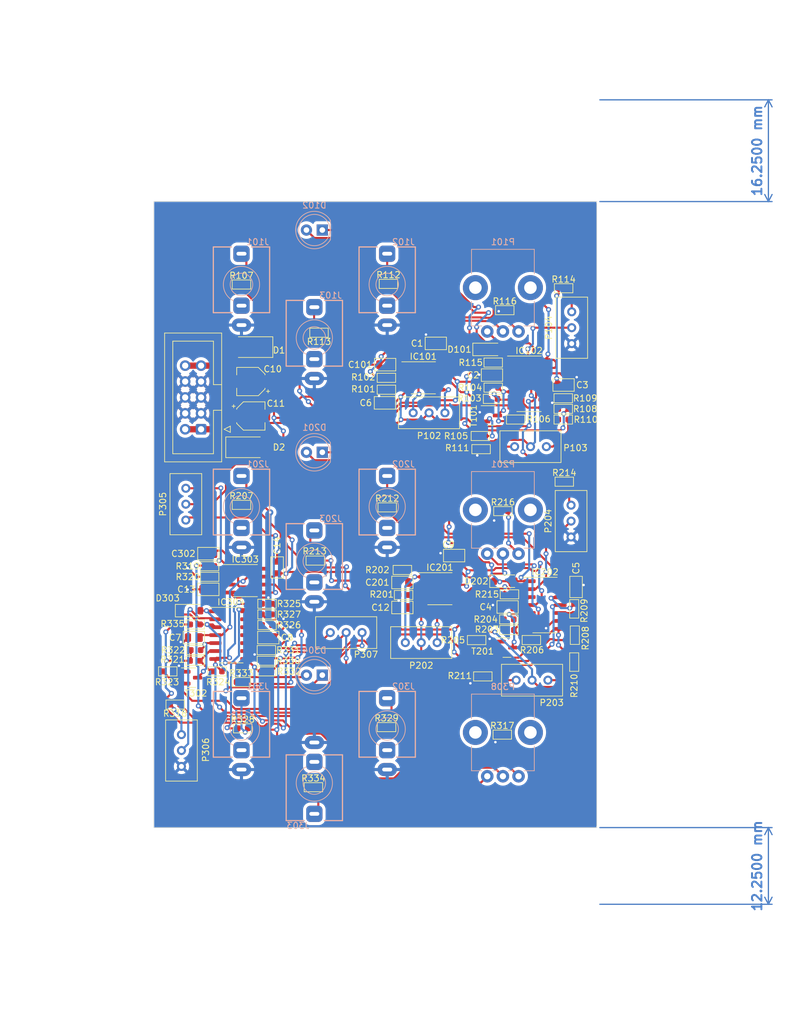
<source format=kicad_pcb>
(kicad_pcb (version 20240108) (generator "pcbnew") (generator_version "8.0")
  (layers (0 "F.Cu" signal) (31 "B.Cu" signal) (34 "B.Paste" user) (35 "F.Paste" user) (36 "B.SilkS" user "B.Silkscreen") (37 "F.SilkS" user "F.Silkscreen") (38 "B.Mask" user) (39 "F.Mask" user) (44 "Edge.Cuts" user))
  (net 0 "")
  (net 1 "+12V")
  (net 2 "GND")
  (net 3 "-12V")
  (net 4 "Net-(IC101--)")
  (net 5 "Net-(C101-Pad2)")
  (net 6 "Net-(IC201--)")
  (net 7 "Net-(C201-Pad2)")
  (net 8 "Net-(IC303--)")
  (net 9 "Net-(C302-Pad2)")
  (net 10 "Net-(D101-K)")
  (net 11 "Net-(D101-A)")
  (net 12 "Net-(D201-K)")
  (net 13 "Net-(D201-A)")
  (net 14 "Net-(D303-K)")
  (net 15 "Net-(D303-A)")
  (net 16 "Net-(IC101-NULL-Pad1)")
  (net 17 "Net-(IC101-+)")
  (net 18 "Net-(IC101-NULL-Pad5)")
  (net 20 "Net-(IC102A--)")
  (net 21 "Net-(IC102B-+)")
  (net 22 "Net-(IC102B--)")
  (net 23 "Net-(IC102-Pad7)")
  (net 24 "Net-(IC102-Pad8)")
  (net 25 "Net-(IC102C-+)")
  (net 26 "Net-(IC102D-+)")
  (net 27 "Net-(IC102D--)")
  (net 28 "Net-(IC201-NULL-Pad1)")
  (net 29 "Net-(IC201-+)")
  (net 30 "Net-(IC201-NULL-Pad5)")
  (net 32 "Net-(IC202A--)")
  (net 33 "Net-(IC202B-+)")
  (net 34 "Net-(IC202B--)")
  (net 35 "Net-(IC202-Pad7)")
  (net 36 "Net-(IC202-Pad8)")
  (net 37 "Net-(IC202C-+)")
  (net 38 "Net-(IC202D-+)")
  (net 39 "Net-(IC202D--)")
  (net 40 "Net-(IC303-NULL-Pad1)")
  (net 41 "Net-(IC303-+)")
  (net 42 "Net-(IC303-NULL-Pad5)")
  (net 44 "Net-(IC304A--)")
  (net 45 "Net-(IC304B-+)")
  (net 46 "Net-(IC304B--)")
  (net 47 "Net-(IC304-Pad7)")
  (net 48 "Net-(IC304-Pad8)")
  (net 49 "Net-(IC304C-+)")
  (net 50 "Net-(IC304D-+)")
  (net 51 "Net-(IC304D--)")
  (net 52 "Net-(IC304-Pad14)")
  (net 53 "Net-(D2-K)")
  (net 54 "Net-(D1-A)")
  (net 55 "Net-(P101-Pad2)")
  (net 56 "Net-(T101-B)")
  (net 57 "Net-(P103-Pad1)")
  (net 58 "Net-(P103-Pad3)")
  (net 59 "Net-(P104-Pad1)")
  (net 60 "Net-(P101-Pad3)")
  (net 61 "Net-(P201-Pad2)")
  (net 62 "Net-(T201-B)")
  (net 63 "Net-(P203-Pad1)")
  (net 64 "Net-(P203-Pad3)")
  (net 65 "Net-(P204-Pad1)")
  (net 66 "Net-(P201-Pad3)")
  (net 67 "Net-(P308-Pad3)")
  (net 68 "Net-(P306-Pad1)")
  (net 69 "Net-(P308-Pad2)")
  (net 70 "Net-(P307-Pad2)")
  (net 71 "Net-(T302-B)")
  (net 72 "Net-(P307-Pad1)")
  (net 73 "Net-(P307-Pad3)")
  (net 74 "Net-(J101-PadT)")
  (net 75 "Net-(J102-PadT)")
  (net 76 "Net-(J103-PadT)")
  (net 77 "Net-(J201-PadT)")
  (net 78 "Net-(J202-PadT)")
  (net 79 "Net-(J203-PadT)")
  (net 80 "Net-(J301-PadT)")
  (net 81 "Net-(J302-PadT)")
  (net 82 "Net-(J303-PadT)")
  (footprint "Potentiometer_THT:Potentiometer_Bourns_3296W_Vertical" (layer "F.Cu") (at 132.45 88 180)
    (property "Reference" "P102")
    (property "Value" "10kΩ")
  )
  (footprint "Clacktronics:R_0603_1608Metric" (layer "F.Cu") (at 158.3 123.5125 90)
    (property "Reference" "R208")
    (property "Value" "100kΩ")
  )
  (footprint "Potentiometer_THT:Potentiometer_Bourns_3296W_Vertical" (layer "F.Cu") (at 131.2 124.7 180)
    (property "Reference" "P202")
    (property "Value" "10kΩ")
  )
  (footprint "Clacktronics:C_0805_2012Metric" (layer "F.Cu") (at 97.3875 123.9 180)
    (property "Reference" "C7")
    (property "Value" "1μF")
  )
  (footprint "Potentiometer_THT:Potentiometer_Bourns_3296W_Vertical" (layer "F.Cu") (at 96.1 100.05 90)
    (property "Reference" "P305")
    (property "Value" "10kΩ")
  )
  (footprint "Diode_SMD:D_SOD-123" (layer "F.Cu") (at 96.7875 119.6)
    (property "Reference" "D303")
    (property "Value" "1N4148")
  )
  (footprint "Clacktronics:R_0603_1608Metric" (layer "F.Cu") (at 94.4 134.6 180)
    (property "Reference" "R318")
    (property "Value" "22kΩ")
  )
  (footprint "Package_SO:SOIC-14_3.9x8.7mm_P1.27mm" (layer "F.Cu") (at 153.525 118.7025)
    (property "Reference" "IC202")
    (property "Value" "LM324")
  )
  (footprint "Package_TO_SOT_SMD:SOT-23" (layer "F.Cu") (at 147.45 125.4925)
    (property "Reference" "T201")
    (property "Value" "BC847")
  )
  (footprint "Clacktronics:R_0603_1608Metric" (layer "F.Cu") (at 93.2125 129.3)
    (property "Reference" "R323")
    (property "Value" "47kΩ")
  )
  (footprint "Clacktronics:R_0603_1608Metric" (layer "F.Cu") (at 143.2 91.7)
    (property "Reference" "R105")
    (property "Value" "47kΩ")
  )
  (footprint "Clacktronics:R_0603_1608Metric" (layer "F.Cu") (at 158.2 127.8125 90)
    (property "Reference" "R210")
    (property "Value" "3k9Ω")
  )
  (footprint "Diode_SMD:D_SMA" (layer "F.Cu") (at 106 93.5)
    (property "Reference" "D2")
    (property "Value" "D_Schottky")
  )
  (footprint "Clacktronics:R_0603_1608Metric" (layer "F.Cu") (at 158.2 119.3125 -90)
    (property "Reference" "R209")
    (property "Value" "100kΩ")
  )
  (footprint "Clacktronics:R_0603_1608Metric" (layer "F.Cu") (at 109.0875 118.5)
    (property "Reference" "R325")
    (property "Value" "10kΩ")
  )
  (footprint "Clacktronics:C_0805_2012Metric" (layer "F.Cu") (at 99.7 110.495)
    (property "Reference" "C302")
    (property "Value" "1μF")
  )
  (footprint "Capacitor_SMD:CP_Elec_4x3" (layer "F.Cu") (at 106.5 83 180)
    (property "Reference" "C10")
    (property "Value" "C_Polarized")
  )
  (footprint "Clacktronics:R_0603_1608Metric" (layer "F.Cu") (at 156.45 87.37 180)
    (property "Reference" "R108")
    (property "Value" "100kΩ")
  )
  (footprint "Clacktronics:R_0603_1608Metric" (layer "F.Cu") (at 116.8 111.6 180)
    (property "Reference" "R213")
    (property "Value" "1kΩ")
  )
  (footprint "Clacktronics:R_0603_1608Metric" (layer "F.Cu") (at 108.9875 127.6 180)
    (property "Reference" "R330")
    (property "Value" "100kΩ")
  )
  (footprint "Package_SO:SOIC-8_3.9x4.9mm_P1.27mm" (layer "F.Cu") (at 136.725 116.095)
    (property "Reference" "IC201")
    (property "Value" "LM741")
  )
  (footprint "Clacktronics:C_0805_2012Metric" (layer "F.Cu") (at 130.725 119.095 180)
    (property "Reference" "C12")
    (property "Value" "1μF")
  )
  (footprint "Clacktronics:C_0805_2012Metric" (layer "F.Cu") (at 156.5 83.55)
    (property "Reference" "C3")
    (property "Value" "1μF")
  )
  (footprint "Clacktronics:C_0805_2012Metric" (layer "F.Cu") (at 110.7 112.7 90)
    (property "Reference" "C14")
    (property "Value" "1μF")
  )
  (footprint "Clacktronics:R_0603_1608Metric" (layer "F.Cu") (at 156.45 85.67 180)
    (property "Reference" "R109")
    (property "Value" "100kΩ")
  )
  (footprint "Clacktronics:R_0603_1608Metric" (layer "F.Cu") (at 147.7625 122.6925)
    (property "Reference" "R203")
    (property "Value" "100kΩ")
  )
  (footprint "Potentiometer_THT:Potentiometer_Bourns_3296W_Vertical" (layer "F.Cu") (at 157.7 102.75 90)
    (property "Reference" "P204")
    (property "Value" "10kΩ")
  )
  (footprint "Clacktronics:C_0805_2012Metric" (layer "F.Cu") (at 127.975 80.305 180)
    (property "Reference" "C101")
    (property "Value" "1μF")
  )
  (footprint "Clacktronics:R_0603_1608Metric" (layer "F.Cu") (at 151.35 124.2925)
    (property "Reference" "R206")
    (property "Value" "100kΩ")
  )
  (footprint "Clacktronics:R_0603_1608Metric" (layer "F.Cu") (at 108.9875 125.9 180)
    (property "Reference" "R331")
    (property "Value" "100kΩ")
  )
  (footprint "Clacktronics:C_0805_2012Metric" (layer "F.Cu") (at 147.55 119.0125 180)
    (property "Reference" "C4")
    (property "Value" "1μF")
  )
  (footprint "Clacktronics:R_0603_1608Metric" (layer "F.Cu") (at 116.5 147.8)
    (property "Reference" "R334")
    (property "Value" "1kΩ")
  )
  (footprint "Potentiometer_THT:Potentiometer_Bourns_3296W_Vertical" (layer "F.Cu") (at 154 130.7)
    (property "Reference" "P203")
    (property "Value" "10kΩ")
  )
  (footprint "Clacktronics:C_0805_2012Metric" (layer "F.Cu") (at 158.5 115.8125 90)
    (property "Reference" "C5")
    (property "Value" "1μF")
  )
  (footprint "Clacktronics:R_0603_1608Metric" (layer "F.Cu") (at 146.7 139.4)
    (property "Reference" "R317")
    (property "Value" "47Ω")
  )
  (footprint "Clacktronics:R_0603_1608Metric" (layer "F.Cu") (at 105 102.7)
    (property "Reference" "R207")
    (property "Value" "1kΩ")
  )
  (footprint "Clacktronics:C_0805_2012Metric" (layer "F.Cu") (at 127.9375 86.405 180)
    (property "Reference" "C6")
    (property "Value" "1μF")
  )
  (footprint "Clacktronics:R_0603_1608Metric" (layer "F.Cu") (at 109.0875 121.9 180)
    (property "Reference" "R326")
    (property "Value" "4k7Ω")
  )
  (footprint "Clacktronics:R_0603_1608Metric" (layer "F.Cu") (at 156.45 89.07 180)
    (property "Reference" "R110")
    (property "Value" "3k9Ω")
  )
  (footprint "Clacktronics:R_0603_1608Metric" (layer "F.Cu") (at 143.3125 93.8)
    (property "Reference" "R111")
    (property "Value" "470Ω")
  )
  (footprint "Clacktronics:R_0603_1608Metric" (layer "F.Cu") (at 128.5 67.4)
    (property "Reference" "R112")
    (property "Value" "1kΩ")
  )
  (footprint "Potentiometer_THT:Potentiometer_Bourns_3296W_Vertical" (layer "F.Cu") (at 95.4 139.4 90)
    (property "Reference" "P306")
    (property "Value" "10kΩ")
  )
  (footprint "Clacktronics:R_0603_1608Metric" (layer "F.Cu") (at 130.725 113.095)
    (property "Reference" "R202")
    (property "Value" "68kΩ")
  )
  (footprint "Potentiometer_THT:Potentiometer_Bourns_3296W_Vertical" (layer "F.Cu") (at 124.28 123.1)
    (property "Reference" "P307")
    (property "Value" "10kΩ")
  )
  (footprint "Diode_SMD:D_SOD-123" (layer "F.Cu") (at 147.05 114.8925)
    (property "Reference" "D202")
    (property "Value" "1N4148")
  )
  (footprint "Clacktronics:R_0603_1608Metric" (layer "F.Cu") (at 147.1 71.6)
    (property "Reference" "R116")
    (property "Value" "47Ω")
  )
  (footprint "Potentiometer_THT:Potentiometer_Bourns_3296W_Vertical" (layer "F.Cu") (at 157.8 71.86 90)
    (property "Reference" "P104")
    (property "Value" "10kΩ")
  )
  (footprint "Clacktronics:R_0603_1608Metric" (layer "F.Cu") (at 99.9 112.495)
    (property "Reference" "R319")
    (property "Value" "68kΩ")
  )
  (footprint "Diode_SMD:D_SMA" (layer "F.Cu") (at 106.5 77.5 180)
    (property "Reference" "D1")
    (property "Value" "D_Schottky")
  )
  (footprint "Diode_SMD:D_SOD-123" (layer "F.Cu") (at 144.35 77.87)
    (property "Reference" "D101")
    (property "Value" "1N4148")
  )
  (footprint "Clacktronics:R_0603_1608Metric" (layer "F.Cu") (at 156.5125 68.1)
    (property "Reference" "R114")
    (property "Value" "22kΩ")
  )
  (footprint "Clacktronics:R_0603_1608Metric" (layer "F.Cu") (at 99.9125 114.195)
    (property "Reference" "R320")
    (property "Value" "68kΩ")
  )
  (footprint "Clacktronics:C_0805_2012Metric" (layer "F.Cu") (at 145.05 81.97 180)
    (property "Reference" "C2")
    (property "Value" "1μF")
  )
  (footprint "Clacktronics:R_0603_1608Metric" (layer "F.Cu") (at 97.6875 125.9)
    (property "Reference" "R322")
    (property "Value" "100kΩ")
  )
  (footprint "Package_SO:SOIC-14_3.9x8.7mm_P1.27mm" (layer "F.Cu") (at 103.3125 123.51)
    (property "Reference" "IC304")
    (property "Value" "LM324")
  )
  (footprint "Clacktronics:R_0603_1608Metric" (layer "F.Cu") (at 145.25 79.97)
    (property "Reference" "R115")
    (property "Value" "470Ω")
  )
  (footprint "Clacktronics:R_0603_1608Metric" (layer "F.Cu") (at 128.3 103.1)
    (property "Reference" "R212")
    (property "Value" "1kΩ")
  )
  (footprint "Clacktronics:C_0805_2012Metric" (layer "F.Cu") (at 130.725 115.095 180)
    (property "Reference" "C201")
    (property "Value" "1μF")
  )
  (footprint "Clacktronics:C_0805_2012Metric" (layer "F.Cu") (at 136.075 76.905 180)
    (property "Reference" "C1")
    (property "Value" "1μF")
  )
  (footprint "Clacktronics:R_0603_1608Metric" (layer "F.Cu") (at 148.85 89.07)
    (property "Reference" "R106")
    (property "Value" "100kΩ")
  )
  (footprint "Clacktronics:R_0603_1608Metric" (layer "F.Cu") (at 147.75 120.9925)
    (property "Reference" "R204")
    (property "Value" "100kΩ")
  )
  (footprint "Capacitor_SMD:CP_Elec_4x3" (layer "F.Cu") (at 106.5 88.5)
    (property "Reference" "C11")
    (property "Value" "C_Polarized")
  )
  (footprint "Clacktronics:R_0603_1608Metric" (layer "F.Cu") (at 128.2 138.2)
    (property "Reference" "R329")
    (property "Value" "1kΩ")
  )
  (footprint "Clacktronics:R_0603_1608Metric" (layer "F.Cu") (at 97.575 127.6)
    (property "Reference" "R321")
    (property "Value" "100kΩ")
  )
  (footprint "Package_SO:SOIC-14_3.9x8.7mm_P1.27mm" (layer "F.Cu") (at 150.975 83.36)
    (property "Reference" "IC102")
    (property "Value" "LM324")
  )
  (footprint "Potentiometer_THT:Potentiometer_Bourns_3296W_Vertical" (layer "F.Cu") (at 153.75 93.4)
    (property "Reference" "P103")
    (property "Value" "10kΩ")
  )
  (footprint "Clacktronics:R_0603_1608Metric" (layer "F.Cu") (at 147.85 116.9925)
    (property "Reference" "R215")
    (property "Value" "470Ω")
  )
  (footprint "Package_TO_SOT_SMD:SOT-23" (layer "F.Cu") (at 144.9875 88.42)
    (property "Reference" "T101")
    (property "Value" "BC847")
  )
  (footprint "Clacktronics:R_0603_1608Metric" (layer "F.Cu") (at 142.6 124.3)
    (property "Reference" "R205")
    (property "Value" "47kΩ")
  )
  (footprint "Clacktronics:C_0805_2012Metric" (layer "F.Cu") (at 99.7 116.195 180)
    (property "Reference" "C13")
    (property "Value" "1μF")
  )
  (footprint "Clacktronics:R_0603_1608Metric" (layer "F.Cu") (at 130.925 117.095)
    (property "Reference" "R201")
    (property "Value" "68kΩ")
  )
  (footprint "Clacktronics:R_0603_1608Metric" (layer "F.Cu") (at 128.175 82.405)
    (property "Reference" "R102")
    (property "Value" "68kΩ")
  )
  (footprint "Clacktronics:C_0805_2012Metric" (layer "F.Cu") (at 109.2875 123.9)
    (property "Reference" "C8")
    (property "Value" "1μF")
  )
  (footprint "Clacktronics:R_0603_1608Metric" (layer "F.Cu") (at 117.4 75.2 180)
    (property "Reference" "R113")
    (property "Value" "1kΩ")
  )
  (footprint "Package_TO_SOT_SMD:SOT-23" (layer "F.Cu") (at 97.05 130.3)
    (property "Reference" "T302")
    (property "Value" "BC847")
  )
  (footprint "Clacktronics:R_0603_1608Metric" (layer "F.Cu") (at 104.9875 131)
    (property "Reference" "R333")
    (property "Value" "470Ω")
  )
  (footprint "Clacktronics:R_0603_1608Metric" (layer "F.Cu") (at 105.2 138.4)
    (property "Reference" "R328")
    (property "Value" "1kΩ")
  )
  (footprint "Clacktronics:R_0603_1608Metric" (layer "F.Cu") (at 156.6125 99)
    (property "Reference" "R214")
    (property "Value" "22kΩ")
  )
  (footprint "Package_SO:SOIC-8_3.9x4.9mm_P1.27mm" (layer "F.Cu") (at 105.6 114.8)
    (property "Reference" "IC303")
    (property "Value" "LM741")
  )
  (footprint "Clacktronics:R_0603_1608Metric" (layer "F.Cu") (at 145.25 83.97)
    (property "Reference" "R104")
    (property "Value" "100kΩ")
  )
  (footprint "Clacktronics:C_0805_2012Metric" (layer "F.Cu") (at 139 110.8 180)
    (property "Reference" "C9")
    (property "Value" "1μF")
  )
  (footprint "Package_SO:SOIC-8_3.9x4.9mm_P1.27mm" (layer "F.Cu") (at 134.075 82.405)
    (property "Reference" "IC101")
    (property "Value" "LM741")
  )
  (footprint "Clacktronics:R_0603_1608Metric" (layer "F.Cu") (at 101.0875 129.3)
    (property "Reference" "R324")
    (property "Value" "100kΩ")
  )
  (footprint "Clacktronics:R_0603_1608Metric" (layer "F.Cu") (at 143.5875 130.1)
    (property "Reference" "R211")
    (property "Value" "470Ω")
  )
  (footprint "Clacktronics:R_0603_1608Metric" (layer "F.Cu") (at 97.6 121.8 180)
    (property "Reference" "R335")
    (property "Value" "470Ω")
  )
  (footprint "Clacktronics:R_0603_1608Metric" (layer "F.Cu") (at 109.0875 120.2)
    (property "Reference" "R327")
    (property "Value" "10kΩ")
  )
  (footprint "Clacktronics:R_0603_1608Metric" (layer "F.Cu") (at 145.15 85.77)
    (property "Reference" "R103")
    (property "Value" "100kΩ")
  )
  (footprint "Clacktronics:R_0603_1608Metric" (layer "F.Cu") (at 105 67.5)
    (property "Reference" "R107")
    (property "Value" "1kΩ")
  )
  (footprint "Clacktronics:R_0603_1608Metric" (layer "F.Cu") (at 146.8 103.7)
    (property "Reference" "R216")
    (property "Value" "47Ω")
  )
  (footprint "Clacktronics:R_0603_1608Metric" (layer "F.Cu") (at 128.175 84.305)
    (property "Reference" "R101")
    (property "Value" "68kΩ")
  )
  (footprint "Connector_IDC:IDC-Header_2x05_P2.54mm_Vertical" (layer "F.Cu") (at 98.54 90.62 180)
    (property "Reference" "J10" (hide yes))
    (property "Value" "Conn_02x05_Counter_Clockwise")
  )
  (footprint "Clacktronics:R_0603_1608Metric" (layer "F.Cu") (at 109 129.3 180)
    (property "Reference" "R332")
    (property "Value" "3k9Ω")
  )
  (footprint "AudioJacks:Jack_3.5mm_QingPu_WQP-PJ366ST_Vertical" (layer "B.Cu") (at 128.3 103 180)
    (property "Reference" "J202")
    (property "Value" "SQUARE")
  )
  (footprint "AudioJacks:Jack_3.5mm_QingPu_WQP-PJ366ST_Vertical" (layer "B.Cu") (at 105 103 180)
    (property "Reference" "J201")
    (property "Value" "RISING_RAMP")
  )
  (footprint "LED_THT:LED_D5.0mm" (layer "B.Cu") (at 117.925 94.3 180)
    (property "Reference" "D201")
    (property "Value" "LED")
  )
  (footprint "LED_THT:LED_D5.0mm" (layer "B.Cu") (at 117.925 129.9 180)
    (property "Reference" "D304")
    (property "Value" "LED")
  )
  (footprint "AudioJacks:Jack_3.5mm_QingPu_WQP-PJ366ST_Vertical" (layer "B.Cu") (at 128.3 138.5 180)
    (property "Reference" "J302")
    (property "Value" "RISING_RAMP")
  )
  (footprint "Clacktronics:POT_TH_Alps_RK09K_Single_Vertical" (layer "B.Cu") (at 146.8 67.5 180)
    (property "Reference" "P101")
    (property "Value" "100K")
  )
  (footprint "AudioJacks:Jack_3.5mm_QingPu_WQP-PJ366ST_Vertical" (layer "B.Cu") (at 105 67.5 180)
    (property "Reference" "J101")
    (property "Value" "RISING_RAMP")
  )
  (footprint "Clacktronics:POT_TH_Alps_RK09K_Single_Vertical" (layer "B.Cu") (at 146.8 138.55 180)
    (property "Reference" "P308")
    (property "Value" "100K")
  )
  (footprint "AudioJacks:Jack_3.5mm_QingPu_WQP-PJ366ST_Vertical" (layer "B.Cu") (at 116.65 76.035 180)
    (property "Reference" "J103")
    (property "Value" "TRIANGLE")
  )
  (footprint "AudioJacks:Jack_3.5mm_QingPu_WQP-PJ366ST_Vertical" (layer "B.Cu") (at 116.65 111.7 180)
    (property "Reference" "J203")
    (property "Value" "TRIANGLE")
  )
  (footprint "Clacktronics:POT_TH_Alps_RK09K_Single_Vertical" (layer "B.Cu") (at 146.8 103 180)
    (property "Reference" "P201")
    (property "Value" "100K")
  )
  (footprint "AudioJacks:Jack_3.5mm_QingPu_WQP-PJ366ST_Vertical" (layer "B.Cu") (at 116.65 147.135)
    (property "Reference" "J303")
    (property "Value" "TRIANGLE")
  )
  (footprint "LED_THT:LED_D5.0mm" (layer "B.Cu") (at 117.925 58.8 180)
    (property "Reference" "D102")
    (property "Value" "LED")
  )
  (footprint "AudioJacks:Jack_3.5mm_QingPu_WQP-PJ366ST_Vertical" (layer "B.Cu") (at 105 138.5 180)
    (property "Reference" "J301")
    (property "Value" "FALLING_RAMP")
  )
  (footprint "AudioJacks:Jack_3.5mm_QingPu_WQP-PJ366ST_Vertical" (layer "B.Cu") (at 128.3 67.5 180)
    (property "Reference" "J102")
    (property "Value" "SQUARE")
  )
  (gr_rect (start 91 54.25) (end 161.8 154.25) (stroke (width 0.1)) (fill none) (layer "Edge.Cuts"))
  (dimension (type aligned) (layer "B.Cu") (pts (xy 161.8 54.25) (xy 161.8 38)) (height 27.45) (gr_text "16.2500 mm" (at 187.45 46.125 90) (layer "B.Cu") (effects (font (size 1.5 1.5) (thickness 0.3)))) (format (prefix "") (suffix "") (units 3) (units_format 1) (precision 4)) (style (thickness 0.2) (arrow_length 1.27) (text_position_mode 0) (extension_height 0.58642) (extension_offset 0.5) keep_text_aligned))
  (dimension (type aligned) (layer "B.Cu") (pts (xy 161.8 166.5) (xy 161.8 154.25)) (height 27.45) (gr_text "12.2500 mm" (at 187.45 160.375 90) (layer "B.Cu") (effects (font (size 1.5 1.5) (thickness 0.3)))) (format (prefix "") (suffix "") (units 3) (units_format 1) (precision 4)) (style (thickness 0.2) (arrow_length 1.27) (text_position_mode 0) (extension_height 0.58642) (extension_offset 0.5) keep_text_aligned))
  (segment (start 139.2 115.46) (end 140.76 115.46) (width 0.33) (layer "F.Cu") (net 1))
  (segment (start 151.010985 112.78716) (end 145.665425 112.78716) (width 0.33) (layer "F.Cu") (net 1))
  (segment (start 98.715 123.51) (end 98.325 123.9) (width 0.33) (layer "F.Cu") (net 1))
  (segment (start 152.142406 113.243411) (end 151.467236 113.243411) (width 0.33) (layer "F.Cu") (net 1))
  (segment (start 111.7 106.9) (end 113.1 108.3) (width 0.33) (layer "F.Cu") (net 1))
  (segment (start 152.775312 112.027596) (end 152.775312 112.610505) (width 0.33) (layer "F.Cu") (net 1))
  (segment (start 147.3775 83.36) (end 145.9875 81.97) (width 0.33) (layer "F.Cu") (net 1))
  (segment (start 139.535 83.035) (end 139.5 83) (width 0.33) (layer "F.Cu") (net 1))
  (segment (start 116.067585 85.415) (end 114.637585 85.415) (width 0.33) (layer "F.Cu") (net 1))
  (segment (start 153 117.727499) (end 153 116.4) (width 0.33) (layer "F.Cu") (net 1))
  (segment (start 130.462656 86.385) (end 129.377656 87.47) (width 0.33) (layer "F.Cu") (net 1))
  (segment (start 152.024999 118.7025) (end 153 117.727499) (width 0.33) (layer "F.Cu") (net 1))
  (segment (start 137.0125 78.412494) (end 138.4 79.799994) (width 0.33) (layer "F.Cu") (net 1))
  (segment (start 141.230364 113.230364) (end 141.230364 113.389364) (width 0.33) (layer "F.Cu") (net 1))
  (segment (start 110.7 113.6375) (end 112.0375 113.6375) (width 0.33) (layer "F.Cu") (net 1))
  (segment (start 152.775312 112.610505) (end 152.142406 113.243411) (width 0.33) (layer "F.Cu") (net 1))
  (segment (start 135.072415 111.725) (end 135.762415 112.415) (width 0.33) (layer "F.Cu") (net 1))
  (segment (start 148.7975 118.7025) (end 148.4875 119.0125) (width 0.33) (layer "F.Cu") (net 1))
  (segment (start 137.0125 76.905) (end 137.0125 78.412494) (width 0.33) (layer "F.Cu") (net 1))
  (segment (start 112.385 113.415) (end 127.885 113.415) (width 0.33) (layer "F.Cu") (net 1))
  (segment (start 108.3 83) (end 108.3 77.7) (width 1) (layer "F.Cu") (net 1))
  (segment (start 138.4 81.47) (end 138.1 81.77) (width 0.33) (layer "F.Cu") (net 1))
  (segment (start 108.3 77.7) (end 108.5 77.5) (width 1) (layer "F.Cu") (net 1))
  (segment (start 151.467236 113.243411) (end 151.010985 112.78716) (width 0.33) (layer "F.Cu") (net 1))
  (segment (start 112.1 113.7) (end 112.385 113.415) (width 0.33) (layer "F.Cu") (net 1))
  (segment (start 151.05 118.7025) (end 152.024999 118.7025) (width 0.33) (layer "F.Cu") (net 1))
  (segment (start 138.27 81.77) (end 138.1 81.77) (width 0.33) (layer "F.Cu") (net 1))
  (segment (start 110.2 84.9) (end 110.2 88.8) (width 0.33) (layer "F.Cu") (net 1))
  (segment (start 139.9375 111.8625) (end 139.9375 110.8) (width 0.33) (layer "F.Cu") (net 1))
  (segment (start 139.9 111.9) (end 139.9375 111.8625) (width 0.33) (layer "F.Cu") (net 1))
  (segment (start 106.022153 114.165) (end 105.267153 114.92) (width 0.33) (layer "F.Cu") (net 1))
  (segment (start 129.575 111.725) (end 135.072415 111.725) (width 0.33) (layer "F.Cu") (net 1))
  (segment (start 108.075 114.165) (end 110.1725 114.165) (width 0.33) (layer "F.Cu") (net 1))
  (segment (start 144.9225 83.035) (end 139.535 83.035) (width 0.33) (layer "F.Cu") (net 1))
  (segment (start 133.815 85.990001) (end 133.420001 86.385) (width 0.33) (layer "F.Cu") (net 1))
  (segment (start 140.76 115.46) (end 141 115.7) (width 0.33) (layer "F.Cu") (net 1))
  (segment (start 133.420001 86.385) (end 130.462656 86.385) (width 0.33) (layer "F.Cu") (net 1))
  (segment (start 110.1725 114.165) (end 110.7 113.6375) (width 0.33) (layer "F.Cu") (net 1))
  (segment (start 145.9875 81.97) (end 144.9225 83.035) (width 0.33) (layer "F.Cu") (net 1))
  (segment (start 100.8375 123.51) (end 98.715 123.51) (width 0.33) (layer "F.Cu") (net 1))
  (segment (start 151.05 118.7025) (end 148.7975 118.7025) (width 0.33) (layer "F.Cu") (net 1))
  (segment (start 129.377656 87.47) (end 118.122585 87.47) (width 0.33) (layer "F.Cu") (net 1))
  (segment (start 145.665425 112.78716) (end 145.297585 113.155) (width 0.33) (layer "F.Cu") (net 1))
  (segment (start 139.385 112.415) (end 139.9 111.9) (width 0.33) (layer "F.Cu") (net 1))
  (segment (start 118.122585 87.47) (end 116.067585 85.415) (width 0.33) (layer "F.Cu") (net 1))
  (segment (start 111.252585 88.8) (end 110.2 88.8) (width 0.33) (layer "F.Cu") (net 1))
  (segment (start 111.7 90.9) (end 111.7 106.9) (width 0.33) (layer "F.Cu") (net 1))
  (segment (start 145.297585 113.155) (end 141.464728 113.155) (width 0.33) (layer "F.Cu") (net 1))
  (segment (start 101.863426 123.51) (end 103.155 122.218426) (width 0.33) (layer "F.Cu") (net 1))
  (segment (start 108.3 83) (end 110.2 84.9) (width 0.33) (layer "F.Cu") (net 1))
  (segment (start 112.0375 113.6375) (end 112.1 113.7) (width 0.33) (layer "F.Cu") (net 1))
  (segment (start 114.637585 85.415) (end 111.252585 88.8) (width 0.33) (layer "F.Cu") (net 1))
  (segment (start 141.464728 113.155) (end 141.230364 113.389364) (width 0.33) (layer "F.Cu") (net 1))
  (segment (start 135.762415 112.415) (end 139.385 112.415) (width 0.33) (layer "F.Cu") (net 1))
  (segment (start 138.1 81.77) (end 136.55 81.77) (width 0.33) (layer "F.Cu") (net 1))
  (segment (start 139.5 83) (end 138.27 81.77) (width 0.33) (layer "F.Cu") (net 1))
  (segment (start 127.885 113.415) (end 129.575 111.725) (width 0.33) (layer "F.Cu") (net 1))
  (segment (start 139.2 85.99) (end 133.815 85.990001) (width 0.33) (layer "F.Cu") (net 1))
  (segment (start 100.8375 123.51) (end 101.863426 123.51) (width 0.33) (layer "F.Cu") (net 1))
  (segment (start 108.075 114.165) (end 106.022153 114.165) (width 0.33) (layer "F.Cu") (net 1))
  (segment (start 138.4 79.799994) (end 138.4 81.47) (width 0.33) (layer "F.Cu") (net 1))
  (segment (start 148.5 83.36) (end 147.3775 83.36) (width 0.33) (layer "F.Cu") (net 1))
  (segment (start 139.9 111.9) (end 141.230364 113.230364) (width 0.33) (layer "F.Cu") (net 1))
  (via (at 139.2 85.99) (size 0.8) (drill 0.4) (layers "F.Cu" "B.Cu") (net 1))
  (via (at 112.1 113.7) (size 0.8) (drill 0.4) (layers "F.Cu" "B.Cu") (net 1))
  (via (at 105.267153 114.92) (size 0.8) (drill 0.4) (layers "F.Cu" "B.Cu") (net 1))
  (via (at 111.7 90.9) (size 0.8) (drill 0.4) (layers "F.Cu" "B.Cu") (net 1))
  (via (at 153 116.4) (size 0.8) (drill 0.4) (layers "F.Cu" "B.Cu") (net 1))
  (via (at 141.230364 113.389364) (size 0.8) (drill 0.4) (layers "F.Cu" "B.Cu") (net 1))
  (via (at 110.2 88.8) (size 0.8) (drill 0.4) (layers "F.Cu" "B.Cu") (net 1))
  (via (at 113.1 108.3) (size 0.8) (drill 0.4) (layers "F.Cu" "B.Cu") (net 1))
  (via (at 152.775312 112.027596) (size 0.8) (drill 0.4) (layers "F.Cu" "B.Cu") (net 1))
  (via (at 141 115.7) (size 0.8) (drill 0.4) (layers "F.Cu" "B.Cu") (net 1))
  (via (at 103.155 122.218426) (size 0.8) (drill 0.4) (layers "F.Cu" "B.Cu") (net 1))
  (via (at 139.5 83) (size 0.8) (drill 0.4) (layers "F.Cu" "B.Cu") (net 1))
  (segment (start 152.6 116) (end 153 116.4) (width 0.33) (layer "B.Cu") (net 1))
  (segment (start 152.775312 112.027596) (end 152.6 112.202908) (width 0.33) (layer "B.Cu") (net 1))
  (segment (start 103.155 116.445) (end 104.68 114.92) (width 0.33) (layer "B.Cu") (net 1))
  (segment (start 104.68 114.92) (end 105.267153 114.92) (width 0.33) (layer "B.Cu") (net 1))
  (segment (start 152.6 112.202908) (end 152.6 116) (width 0.33) (layer "B.Cu") (net 1))
  (segment (start 110.2 89.4) (end 111.7 90.9) (width 0.33) (layer "B.Cu") (net 1))
  (segment (start 141 115.7) (end 141 113.619728) (width 0.33) (layer "B.Cu") (net 1))
  (segment (start 103.155 122.218426) (end 103.155 116.445) (width 0.33) (layer "B.Cu") (net 1))
  (segment (start 110.2 88.8) (end 110.2 89.4) (width 0.33) (layer "B.Cu") (net 1))
  (segment (start 113.1 112.7) (end 112.1 113.7) (width 0.33) (layer "B.Cu") (net 1))
  (segment (start 141 113.619728) (end 141.230364 113.389364) (width 0.33) (layer "B.Cu") (net 1))
  (segment (start 139.5 83) (end 139.5 85.69) (width 0.33) (layer "B.Cu") (net 1))
  (segment (start 139.5 85.69) (end 139.2 85.99) (width 0.33) (layer "B.Cu") (net 1))
  (segment (start 113.1 108.3) (end 113.1 112.7) (width 0.33) (layer "B.Cu") (net 1))
  (segment (start 146.6125 119.0125) (end 145.5125 119.0125) (width 0.33) (layer "F.Cu") (net 2))
  (segment (start 142.8 130.1) (end 142.7 130.1) (width 0.33) (layer "F.Cu") (net 2))
  (segment (start 96.1125 129.35) (end 95.95 129.35) (width 0.33) (layer "F.Cu") (net 2))
  (segment (start 154.193157 85.9) (end 154.687088 86.393931) (width 0.33) (layer "F.Cu") (net 2))
  (segment (start 135.1375 76.905) (end 135.1375 76.1375) (width 0.33) (layer "F.Cu") (net 2))
  (segment (start 105.7875 126.05) (end 105.535 126.05) (width 0.33) (layer "F.Cu") (net 2))
  (segment (start 158.5 114.875) (end 159.075 114.875) (width 0.33) (layer "F.Cu") (net 2))
  (segment (start 144.1125 81.97) (end 143.07 81.97) (width 0.33) (layer "F.Cu") (net 2))
  (segment (start 146.0125 104.5875) (end 145.4 105.2) (width 0.33) (layer "F.Cu") (net 2))
  (segment (start 127 86.405) (end 127 85.3) (width 0.33) (layer "F.Cu") (net 2))
  (segment (start 146.5125 124.5425) (end 145.1275 124.5425) (width 0.33) (layer "F.Cu") (net 2))
  (segment (start 143.07 81.97) (end 143 81.9) (width 0.33) (layer "F.Cu") (net 2))
  (segment (start 135.1375 76.1375) (end 134.5 75.5) (width 0.33) (layer "F.Cu") (net 2))
  (segment (start 146.3125 71.6) (end 146.30157 71.6) (width 0.33) (layer "F.Cu") (net 2))
  (segment (start 130.1375 118.745) (end 129.7875 119.095) (width 0.33) (layer "F.Cu") (net 2))
  (segment (start 142.7 130.1) (end 141.6 131.2) (width 0.33) (layer "F.Cu") (net 2))
  (segment (start 110.7 111.7625) (end 110.7 110.48) (width 0.33) (layer "F.Cu") (net 2))
  (segment (start 110.7 110.48) (end 110.98 110.2) (width 0.33) (layer "F.Cu") (net 2))
  (segment (start 154.8575 121.2425) (end 153.7 122.4) (width 0.33) (layer "F.Cu") (net 2))
  (segment (start 157.4375 83.4625) (end 158.6 82.3) (width 0.33) (layer "F.Cu") (net 2))
  (segment (start 110.719087 121.9) (end 111.719087 120.9) (width 0.33) (layer "F.Cu") (net 2))
  (segment (start 97.799592 114.195) (end 96.408854 112.804262) (width 0.33) (layer "F.Cu") (net 2))
  (segment (start 130.1375 117.095) (end 130.1375 118) (width 0.33) (layer "F.Cu") (net 2))
  (segment (start 138.0625 110.8) (end 137.223888 110.8) (width 0.33) (layer "F.Cu") (net 2))
  (segment (start 109.875 121.9) (end 110.719087 121.9) (width 0.33) (layer "F.Cu") (net 2))
  (segment (start 105.7875 126.05) (end 106.552561 126.05) (width 0.33) (layer "F.Cu") (net 2))
  (segment (start 127 84.6925) (end 127.3875 84.305) (width 0.33) (layer "F.Cu") (net 2))
  (segment (start 106.552561 126.05) (end 107.101155 126.598594) (width 0.33) (layer "F.Cu") (net 2))
  (segment (start 99.125 114.195) (end 97.799592 114.195) (width 0.33) (layer "F.Cu") (net 2))
  (segment (start 111.925 122.2) (end 112.8 122.2) (width 0.33) (layer "F.Cu") (net 2))
  (segment (start 137.223888 110.8) (end 136.834148 110.41026) (width 0.33) (layer "F.Cu") (net 2))
  (segment (start 157.4375 83.55) (end 157.4375 83.4625) (width 0.33) (layer "F.Cu") (net 2))
  (segment (start 145.9125 139.4) (end 145.9125 140.2875) (width 0.33) (layer "F.Cu") (net 2))
  (segment (start 104.2 130.5) (end 104.7 130) (width 0.33) (layer "F.Cu") (net 2))
  (segment (start 95.75 124.6) (end 95.3 124.6) (width 0.33) (layer "F.Cu") (net 2))
  (segment (start 159.075 114.875) (end 159.7 115.5) (width 0.33) (layer "F.Cu") (net 2))
  (segment (start 153.45 85.9) (end 154.193157 85.9) (width 0.33) (layer "F.Cu") (net 2))
  (segment (start 95.95 129.35) (end 95 128.4) (width 0.33) (layer "F.Cu") (net 2))
  (segment (start 96.425521 116.195) (end 96.385 116.235521) (width 0.33) (layer "F.Cu") (net 2))
  (segment (start 146.0125 103.7) (end 146.0125 104.5875) (width 0.33) (layer "F.Cu") (net 2))
  (segment (start 145.1275 124.5425) (end 144.685 124.1) (width 0.33) (layer "F.Cu") (net 2))
  (segment (start 110.225 123.9) (end 111.925 122.2) (width 0.33) (layer "F.Cu") (net 2))
  (segment (start 127 85.3) (end 127 84.6925) (width 0.33) (layer "F.Cu") (net 2))
  (segment (start 144.05 87.47) (end 143.53 87.47) (width 0.33) (layer "F.Cu") (net 2))
  (segment (start 104.2 131) (end 104.2 130.5) (width 0.33) (layer "F.Cu") (net 2))
  (segment (start 143.53 87.47) (end 143.1 87.9) (width 0.33) (layer "F.Cu") (net 2))
  (segment (start 142.525 93.8) (end 142.525 94.625) (width 0.33) (layer "F.Cu") (net 2))
  (segment (start 98.7625 116.195) (end 96.425521 116.195) (width 0.33) (layer "F.Cu") (net 2))
  (segment (start 156 121.2425) (end 154.8575 121.2425) (width 0.33) (layer "F.Cu") (net 2))
  (segment (start 130.1375 118) (end 130.1375 118.745) (width 0.33) (layer "F.Cu") (net 2))
  (segment (start 96.45 123.9) (end 95.75 124.6) (width 0.33) (layer "F.Cu") (net 2))
  (segment (start 146.30157 71.6) (end 146.13 71.77157) (width 0.33) (layer "F.Cu") (net 2))
  (segment (start 142.525 94.625) (end 142.7 94.8) (width 0.33) (layer "F.Cu") (net 2))
  (segment (start 145.9125 140.2875) (end 145.6 140.6) (width 0.33) (layer "F.Cu") (net 2))
  (segment (start 145.5125 119.0125) (end 145.2 118.7) (width 0.33) (layer "F.Cu") (net 2))
  (via (at 146.13 71.77157) (size 0.8) (drill 0.4) (layers "F.Cu" "B.Cu") (net 2))
  (via (at 144.685 124.1) (size 0.8) (drill 0.4) (layers "F.Cu" "B.Cu") (net 2))
  (via (at 134.5 75.5) (size 0.8) (drill 0.4) (layers "F.Cu" "B.Cu") (net 2))
  (via (at 153.7 122.4) (size 0.8) (drill 0.4) (layers "F.Cu" "B.Cu") (net 2))
  (via (at 143.1 87.9) (size 0.8) (drill 0.4) (layers "F.Cu" "B.Cu") (net 2))
  (via (at 141.6 131.2) (size 0.8) (drill 0.4) (layers "F.Cu" "B.Cu") (net 2))
  (via (at 145.4 105.2) (size 0.8) (drill 0.4) (layers "F.Cu" "B.Cu") (net 2))
  (via (at 96.385 116.235521) (size 0.8) (drill 0.4) (layers "F.Cu" "B.Cu") (net 2))
  (via (at 112.8 122.2) (size 0.8) (drill 0.4) (layers "F.Cu" "B.Cu") (net 2))
  (via (at 127 85.3) (size 0.8) (drill 0.4) (layers "F.Cu" "B.Cu") (net 2))
  (via (at 95 128.4) (size 0.8) (drill 0.4) (layers "F.Cu" "B.Cu") (net 2))
  (via (at 145.2 118.7) (size 0.8) (drill 0.4) (layers "F.Cu" "B.Cu") (net 2))
  (via (at 145.6 140.6) (size 0.8) (drill 0.4) (layers "F.Cu" "B.Cu") (net 2))
  (via (at 158.6 82.3) (size 0.8) (drill 0.4) (layers "F.Cu" "B.Cu") (net 2))
  (via (at 104.7 130) (size 0.8) (drill 0.4) (layers "F.Cu" "B.Cu") (net 2))
  (via (at 154.687088 86.393931) (size 0.8) (drill 0.4) (layers "F.Cu" "B.Cu") (net 2))
  (via (at 111.719087 120.9) (size 0.8) (drill 0.4) (layers "F.Cu" "B.Cu") (net 2))
  (via (at 143 81.9) (size 0.8) (drill 0.4) (layers "F.Cu" "B.Cu") (net 2))
  (via (at 96.408854 112.804262) (size 0.8) (drill 0.4) (layers "F.Cu" "B.Cu") (net 2))
  (via (at 110.98 110.2) (size 0.8) (drill 0.4) (layers "F.Cu" "B.Cu") (net 2))
  (via (at 136.834148 110.41026) (size 0.8) (drill 0.4) (layers "F.Cu" "B.Cu") (net 2))
  (via (at 130.1375 118) (size 0.8) (drill 0.4) (layers "F.Cu" "B.Cu") (net 2))
  (via (at 95.3 124.6) (size 0.8) (drill 0.4) (layers "F.Cu" "B.Cu") (net 2))
  (via (at 107.101155 126.598594) (size 0.8) (drill 0.4) (layers "F.Cu" "B.Cu") (net 2))
  (via (at 142.7 94.8) (size 0.8) (drill 0.4) (layers "F.Cu" "B.Cu") (net 2))
  (via (at 159.7 115.5) (size 0.8) (drill 0.4) (layers "F.Cu" "B.Cu") (net 2))
  (segment (start 134.5 75.5) (end 134.6 75.5) (width 0.33) (layer "B.Cu") (net 2))
  (segment (start 134.6 75.5) (end 135 75.9) (width 0.33) (layer "B.Cu") (net 2))
  (segment (start 136.075 89.085) (end 140.162415 89.085) (width 0.33) (layer "F.Cu") (net 3))
  (segment (start 132.7575 118) (end 131.6625 119.095) (width 0.33) (layer "F.Cu") (net 3))
  (segment (start 105.7875 123.51) (end 107.96 123.51) (width 0.33) (layer "F.Cu") (net 3))
  (segment (start 131.6 84.31) (end 130.455 85.455) (width 0.33) (layer "F.Cu") (net 3))
  (segment (start 108.018205 138.082486) (end 108.648304 138.082486) (width 0.33) (layer "F.Cu") (net 3))
  (segment (start 103.317118 137.015) (end 106.95072 137.015) (width 0.33) (layer "F.Cu") (net 3))
  (segment (start 122.652881 124.385) (end 124.617585 124.385) (width 0.33) (layer "F.Cu") (net 3))
  (segment (start 100.262585 102.59) (end 102.515 100.337585) (width 0.33) (layer "F.Cu") (net 3))
  (segment (start 130.5 89.085) (end 133.905 89.085) (width 0.33) (layer "F.Cu") (net 3))
  (segment (start 108.648304 138.082486) (end 109.07079 137.66) (width 0.33) (layer "F.Cu") (net 3))
  (segment (start 151.352894 128.26) (end 154.643102 124.969792) (width 0.33) (layer "F.Cu") (net 3))
  (segment (start 130.5 89.085) (end 129.97 89.615) (width 0.33) (layer "F.Cu") (net 3))
  (segment (start 129.505 86.405) (end 128.875 86.405) (width 0.33) (layer "F.Cu") (net 3))
  (segment (start 133.74 124.7) (end 133.74 126.14) (width 0.33) (layer "F.Cu") (net 3))
  (segment (start 153.45 83.36) (end 152.475001 83.36) (width 0.33) (layer "F.Cu") (net 3))
  (segment (start 141.037585 88.885) (end 142.287084 90.134499) (width 0.33) (layer "F.Cu") (net 3))
  (segment (start 104.049534 96.2) (end 108 96.2) (width 0.33) (layer "F.Cu") (net 3))
  (segment (start 154.800008 99) (end 150.000008 94.2) (width 0.33) (layer "F.Cu") (net 3))
  (segment (start 151.49308 86.159505) (end 150.873553 86.159505) (width 0.33) (layer "F.Cu") (net 3))
  (segment (start 103.92 117.5) (end 108 117.5) (width 0.33) (layer "F.Cu") (net 3))
  (segment (start 134.99 88) (end 136.075 89.085) (width 0.33) (layer "F.Cu") (net 3))
  (segment (start 103.257119 136.955) (end 103.317118 137.015) (width 0.33) (layer "F.Cu") (net 3))
  (segment (start 111.435 124.965) (end 112.3 124.1) (width 0.33) (layer "F.Cu") (net 3))
  (segment (start 142.287084 90.134499) (end 150.885501 90.134499) (width 0.33) (layer "F.Cu") (net 3))
  (segment (start 155.825 99) (end 154.800008 99) (width 0.33) (layer "F.Cu") (net 3))
  (segment (start 126.372585 126.14) (end 133.74 126.14) (width 0.33) (layer "F.Cu") (net 3))
  (segment (start 108.3 88.5) (end 108.3 93.2) (width 1) (layer "F.Cu") (net 3))
  (segment (start 145.160934 128.26) (end 151.352894 128.26) (width 0.33) (layer "F.Cu") (net 3))
  (segment (start 109.415 124.965) (end 111.435 124.965) (width 0.33) (layer "F.Cu") (net 3))
  (segment (start 150.885501 90.134499) (end 150.985 90.035) (width 0.33) (layer "F.Cu") (net 3))
  (segment (start 100.6375 116.195) (end 101.1425 116.7) (width 0.33) (layer "F.Cu") (net 3))
  (segment (start 155.5625 82.662492) (end 155.4 82.499992) (width 0.33) (layer "F.Cu") (net 3))
  (segment (start 134.25 118) (end 132.7575 118) (width 0.33) (layer "F.Cu") (net 3))
  (segment (start 102.515 100.337585) (end 102.515 97.734534) (width 0.33) (layer "F.Cu") (net 3))
  (segment (start 103.12 116.7) (end 103.125 116.705) (width 0.33) (layer "F.Cu") (net 3))
  (segment (start 109.415 89.615) (end 108.3 88.5) (width 0.33) (layer "F.Cu") (net 3))
  (segment (start 103.125 116.705) (end 103.92 117.5) (width 0.33) (layer "F.Cu") (net 3))
  (segment (start 129.97 89.615) (end 109.415 89.615) (width 0.33) (layer "F.Cu") (net 3))
  (segment (start 112.3 126.2) (end 120.837881 126.2) (width 0.33) (layer "F.Cu") (net 3))
  (segment (start 102.515 97.734534) (end 104.049534 96.2) (width 0.33) (layer "F.Cu") (net 3))
  (segment (start 107.96 123.51) (end 108.35 123.9) (width 0.33) (layer "F.Cu") (net 3))
  (segment (start 111.008346 137.66) (end 111.696673 138.348327) (width 0.33) (layer "F.Cu") (net 3))
  (segment (start 133.74 126.14) (end 135.7675 128.1675) (width 0.33) (layer "F.Cu") (net 3))
  (segment (start 140.362415 88.885) (end 141.037585 88.885) (width 0.33) (layer "F.Cu") (net 3))
  (segment (start 155.5625 83.55) (end 155.5625 82.662492) (width 0.33) (layer "F.Cu") (net 3))
  (segment (start 96.1 102.59) (end 100.262585 102.59) (width 0.33) (layer "F.Cu") (net 3))
  (segment (start 106.95072 137.015) (end 108.018205 138.082486) (width 0.33) (layer "F.Cu") (net 3))
  (segment (start 154.9975 118.7025) (end 154.723707 118.976293) (width 0.33) (layer "F.Cu") (net 3))
  (segment (start 145.068434 128.1675) (end 145.160934 128.26) (width 0.33) (layer "F.Cu") (net 3))
  (segment (start 97.5425 136.955) (end 103.257119 136.955) (width 0.33) (layer "F.Cu") (net 3))
  (segment (start 155.725 68.1) (end 155.725 68.975) (width 0.33) (layer "F.Cu") (net 3))
  (segment (start 152.11 85.542585) (end 151.49308 86.159505) (width 0.33) (layer "F.Cu") (net 3))
  (segment (start 134.25 118) (end 133.74 118.51) (width 0.33) (layer "F.Cu") (net 3))
  (segment (start 156 118.7025) (end 154.9975 118.7025) (width 0.33) (layer "F.Cu") (net 3))
  (segment (start 155.4 83.36) (end 155.4 82.499992) (width 0.33) (layer "F.Cu") (net 3))
  (segment (start 135.7675 128.1675) (end 145.068434 128.1675) (width 0.33) (layer "F.Cu") (net 3))
  (segment (start 152.11 83.725001) (end 152.11 85.542585) (width 0.33) (layer "F.Cu") (net 3))
  (segment (start 153.45 83.36) (end 155.4 83.36) (width 0.33) (layer "F.Cu") (net 3))
  (segment (start 120.837881 126.2) (end 122.652881 124.385) (width 0.33) (layer "F.Cu") (net 3))
  (segment (start 95.1875 134.6) (end 97.5425 136.955) (width 0.33) (layer "F.Cu") (net 3))
  (segment (start 133.905 89.085) (end 134.99 88) (width 0.33) (layer "F.Cu") (net 3))
  (segment (start 108 117.5) (end 109.3 117.5) (width 0.33) (layer "F.Cu") (net 3))
  (segment (start 108 102.3) (end 109.6 103.9) (width 0.33) (layer "F.Cu") (net 3))
  (segment (start 101.1425 116.7) (end 103.12 116.7) (width 0.33) (layer "F.Cu") (net 3))
  (segment (start 130.455 85.455) (end 129.505 86.405) (width 0.33) (layer "F.Cu") (net 3))
  (segment (start 108.35 123.9) (end 109.415 124.965) (width 0.33) (layer "F.Cu") (net 3))
  (segment (start 158.5 116.75) (end 156.5475 118.7025) (width 0.33) (layer "F.Cu") (net 3))
  (segment (start 156.5475 118.7025) (end 156 118.7025) (width 0.33) (layer "F.Cu") (net 3))
  (segment (start 133.74 118.51) (end 133.74 121.6) (width 0.33) (layer "F.Cu") (net 3))
  (segment (start 109.07079 137.66) (end 111.008346 137.66) (width 0.33) (layer "F.Cu") (net 3))
  (segment (start 108 96.2) (end 108 102.3) (width 0.33) (layer "F.Cu") (net 3))
  (segment (start 108.3 93.2) (end 108 93.5) (width 1) (layer "F.Cu") (net 3))
  (segment (start 124.617585 124.385) (end 126.372585 126.14) (width 0.33) (layer "F.Cu") (net 3))
  (segment (start 140.162415 89.085) (end 140.362415 88.885) (width 0.33) (layer "F.Cu") (net 3))
  (segment (start 152.475001 83.36) (end 152.11 83.725001) (width 0.33) (layer "F.Cu") (net 3))
  (segment (start 108 93.5) (end 108 96.2) (width 1) (layer "F.Cu") (net 3))
  (segment (start 155.725 68.975) (end 155.4 69.3) (width 0.33) (layer "F.Cu") (net 3))
  (segment (start 112.1 126.4) (end 112.3 126.2) (width 0.33) (layer "F.Cu") (net 3))
  (via (at 111.696673 138.348327) (size 0.8) (drill 0.4) (layers "F.Cu" "B.Cu") (net 3))
  (via (at 150.985 90.035) (size 0.8) (drill 0.4) (layers "F.Cu" "B.Cu") (net 3))
  (via (at 109.3 117.5) (size 0.8) (drill 0.4) (layers "F.Cu" "B.Cu") (net 3))
  (via (at 133.74 121.6) (size 0.8) (drill 0.4) (layers "F.Cu" "B.Cu") (net 3))
  (via (at 130.5 89.085) (size 0.8) (drill 0.4) (layers "F.Cu" "B.Cu") (net 3))
  (via (at 155.4 82.499992) (size 0.8) (drill 0.4) (layers "F.Cu" "B.Cu") (net 3))
  (via (at 154.723707 118.976293) (size 0.8) (drill 0.4) (layers "F.Cu" "B.Cu") (net 3))
  (via (at 154.643102 124.969792) (size 0.8) (drill 0.4) (layers "F.Cu" "B.Cu") (net 3))
  (via (at 150.000008 94.2) (size 0.8) (drill 0.4) (layers "F.Cu" "B.Cu") (net 3))
  (via (at 109.6 103.9) (size 0.8) (drill 0.4) (layers "F.Cu" "B.Cu") (net 3))
  (via (at 112.3 124.1) (size 0.8) (drill 0.4) (layers "F.Cu" "B.Cu") (net 3))
  (via (at 155.4 69.3) (size 0.8) (drill 0.4) (layers "F.Cu" "B.Cu") (net 3))
  (via (at 112.1 126.4) (size 0.8) (drill 0.4) (layers "F.Cu" "B.Cu") (net 3))
  (via (at 130.455 85.455) (size 0.8) (drill 0.4) (layers "F.Cu" "B.Cu") (net 3))
  (via (at 150.873553 86.159505) (size 0.8) (drill 0.4) (layers "F.Cu" "B.Cu") (net 3))
  (segment (start 154.9 124.712894) (end 154.9 119.152586) (width 0.33) (layer "B.Cu") (net 3))
  (segment (start 112.1 137.945) (end 111.696673 138.348327) (width 0.33) (layer "B.Cu") (net 3))
  (segment (start 154.643102 124.969792) (end 154.9 124.712894) (width 0.33) (layer "B.Cu") (net 3))
  (segment (start 109.3 121.1) (end 109.3 104.2) (width 1) (layer "B.Cu") (net 3))
  (segment (start 112.1 124.3) (end 112.1 137.945) (width 0.33) (layer "B.Cu") (net 3))
  (segment (start 150.985 90.035) (end 151.085 89.935) (width 0.33) (layer "B.Cu") (net 3))
  (segment (start 112.1 126.4) (end 112.1 126.9) (width 0.33) (layer "B.Cu") (net 3))
  (segment (start 112.3 124.1) (end 112.1 124.3) (width 0.33) (layer "B.Cu") (net 3))
  (segment (start 149.999992 91.020008) (end 150.985 90.035) (width 0.33) (layer "B.Cu") (net 3))
  (segment (start 109.3 104.2) (end 109.6 103.9) (width 1) (layer "B.Cu") (net 3))
  (segment (start 151.085 89.935) (end 151.085 86.370952) (width 0.33) (layer "B.Cu") (net 3))
  (segment (start 150.000008 94.2) (end 149.999992 94.199984) (width 0.33) (layer "B.Cu") (net 3))
  (segment (start 112.3 124.1) (end 109.3 121.1) (width 1) (layer "B.Cu") (net 3))
  (segment (start 155.4 69.3) (end 155.4 82.499992) (width 0.33) (layer "B.Cu") (net 3))
  (segment (start 154.9 119.152586) (end 154.723707 118.976293) (width 0.33) (layer "B.Cu") (net 3))
  (segment (start 133.74 124.7) (end 133.74 121.6) (width 0.33) (layer "B.Cu") (net 3))
  (segment (start 130.455 89.04) (end 130.5 89.085) (width 0.33) (layer "B.Cu") (net 3))
  (segment (start 130.455 85.455) (end 130.455 89.04) (width 0.33) (layer "B.Cu") (net 3))
  (segment (start 151.085 86.370952) (end 150.873553 86.159505) (width 0.33) (layer "B.Cu") (net 3))
  (segment (start 149.999992 94.199984) (end 149.999992 91.020008) (width 0.33) (layer "B.Cu") (net 3))
  (segment (start 128.9125 80.305) (end 128.9125 81.085) (width 0.33) (layer "F.Cu") (net 4))
  (segment (start 128.9625 82.405) (end 129.5975 81.77) (width 0.33) (layer "F.Cu") (net 4))
  (segment (start 129.5975 81.77) (end 131.6 81.77) (width 0.33) (layer "F.Cu") (net 4))
  (segment (start 128.9125 81.085) (end 129.5975 81.77) (width 0.33) (layer "F.Cu") (net 4))
  (segment (start 157.2375 87.37) (end 157.23 87.37) (width 0.33) (layer "F.Cu") (net 5))
  (segment (start 156.527117 88.127117) (end 156.530534 88.127117) (width 0.33) (layer "F.Cu") (net 5))
  (segment (start 133.915 80.662415) (end 132.492585 79.24) (width 0.33) (layer "F.Cu") (net 5))
  (segment (start 143.997508 79.1025) (end 141 82.100008) (width 0.33) (layer "F.Cu") (net 5))
  (segment (start 140.1 84.7) (end 141 84.7) (width 0.33) (layer "F.Cu") (net 5))
  (segment (start 132.492585 79.24) (end 128.212585 79.24) (width 0.33) (layer "F.Cu") (net 5))
  (segment (start 127.147585 80.305) (end 127.0375 80.305) (width 0.33) (layer "F.Cu") (net 5))
  (segment (start 135.575001 83.04) (end 133.915 81.379999) (width 0.33) (layer "F.Cu") (net 5))
  (segment (start 144.3625 84.07) (end 144.4625 83.97) (width 0.33) (layer "F.Cu") (net 5))
  (segment (start 156.5 88.1) (end 156.527117 88.127117) (width 0.33) (layer "F.Cu") (net 5))
  (segment (start 142.07 85.77) (end 144.3625 85.77) (width 0.33) (layer "F.Cu") (net 5))
  (segment (start 157.23 87.37) (end 156.5 88.1) (width 0.33) (layer "F.Cu") (net 5))
  (segment (start 118.1875 75.8875) (end 122.605 80.305) (width 0.33) (layer "F.Cu") (net 5))
  (segment (start 122.605 80.305) (end 127.0375 80.305) (width 0.33) (layer "F.Cu") (net 5))
  (segment (start 156.4 90.4) (end 156 90.8) (width 0.33) (layer "F.Cu") (net 5))
  (segment (start 144.952966 79.1025) (end 143.997508 79.1025) (width 0.33) (layer "F.Cu") (net 5))
  (segment (start 133.915 81.379999) (end 133.915 80.662415) (width 0.33) (layer "F.Cu") (net 5))
  (segment (start 141.8 90.8) (end 140.7 89.7) (width 0.33) (layer "F.Cu") (net 5))
  (segment (start 138.44 83.04) (end 140.1 84.7) (width 0.33) (layer "F.Cu") (net 5))
  (segment (start 146.0375 79.97) (end 145.820466 79.97) (width 0.33) (layer "F.Cu") (net 5))
  (segment (start 141 82.100008) (end 141 82.200004) (width 0.33) (layer "F.Cu") (net 5))
  (segment (start 156 90.8) (end 141.8 90.8) (width 0.33) (layer "F.Cu") (net 5))
  (segment (start 136.55 83.04) (end 138.44 83.04) (width 0.33) (layer "F.Cu") (net 5))
  (segment (start 144.3625 85.77) (end 144.3625 84.07) (width 0.33) (layer "F.Cu") (net 5))
  (segment (start 136.55 83.04) (end 135.575001 83.04) (width 0.33) (layer "F.Cu") (net 5))
  (segment (start 118.1875 75.2) (end 118.1875 75.8875) (width 0.33) (layer "F.Cu") (net 5))
  (segment (start 128.212585 79.24) (end 127.147585 80.305) (width 0.33) (layer "F.Cu") (net 5))
  (segment (start 145.820466 79.97) (end 144.952966 79.1025) (width 0.33) (layer "F.Cu") (net 5))
  (segment (start 141 84.7) (end 142.07 85.77) (width 0.33) (layer "F.Cu") (net 5))
  (via (at 141 84.7) (size 0.8) (drill 0.4) (layers "F.Cu" "B.Cu") (net 5))
  (via (at 140.7 89.7) (size 0.8) (drill 0.4) (layers "F.Cu" "B.Cu") (net 5))
  (via (at 156.4 90.4) (size 0.8) (drill 0.4) (layers "F.Cu" "B.Cu") (net 5))
  (via (at 156.530534 88.127117) (size 0.8) (drill 0.4) (layers "F.Cu" "B.Cu") (net 5))
  (via (at 141 82.200004) (size 0.8) (drill 0.4) (layers "F.Cu" "B.Cu") (net 5))
  (segment (start 156.530534 88.127117) (end 156.530534 90.269466) (width 0.33) (layer "B.Cu") (net 5))
  (segment (start 141 84.7) (end 141 82.200004) (width 0.33) (layer "B.Cu") (net 5))
  (segment (start 156.530534 90.269466) (end 156.4 90.4) (width 0.33) (layer "B.Cu") (net 5))
  (segment (start 141 89.4) (end 140.7 89.7) (width 0.33) (layer "B.Cu") (net 5))
  (segment (start 141 84.7) (end 141 89.4) (width 0.33) (layer "B.Cu") (net 5))
  (segment (start 134.25 115.46) (end 132.0275 115.46) (width 0.33) (layer "F.Cu") (net 6))
  (segment (start 131.5125 113.095) (end 131.5125 114.945) (width 0.33) (layer "F.Cu") (net 6))
  (segment (start 132.0275 115.46) (end 131.6625 115.095) (width 0.33) (layer "F.Cu") (net 6))
  (segment (start 131.5125 114.945) (end 131.6625 115.095) (width 0.33) (layer "F.Cu") (net 6))
  (segment (start 155.125895 124.3) (end 154.980687 124.154792) (width 0.33) (layer "F.Cu") (net 7))
  (segment (start 117.5875 111.6) (end 119.3 111.6) (width 0.33) (layer "F.Cu") (net 7))
  (segment (start 147.382062 115.764717) (end 147.108201 115.764717) (width 0.33) (layer "F.Cu") (net 7))
  (segment (start 140.9 120.8) (end 140.7075 120.9925) (width 0.33) (layer "F.Cu") (net 7))
  (segment (start 139.085 122.615) (end 130.615 122.615) (width 0.33) (layer "F.Cu") (net 7))
  (segment (start 140.484914 127.6375) (end 139.085 126.237586) (width 0.33) (layer "F.Cu") (net 7))
  (segment (start 140.7075 120.9925) (end 139.55 122.15) (width 0.33) (layer "F.Cu") (net 7))
  (segment (start 140.9 116.9) (end 140.9 120.8) (width 0.33) (layer "F.Cu") (net 7))
  (segment (start 150.822809 127.6375) (end 140.484914 127.6375) (width 0.33) (layer "F.Cu") (net 7))
  (segment (start 139.2 116.73) (end 140.73 116.73) (width 0.33) (layer "F.Cu") (net 7))
  (segment (start 139.1 122.6) (end 139.55 122.15) (width 0.33) (layer "F.Cu") (net 7))
  (segment (start 124.9 116.7) (end 124.7 116.7) (width 0.33) (layer "F.Cu") (net 7))
  (segment (start 124.7 116.7) (end 122.8 114.8) (width 0.33) (layer "F.Cu") (net 7))
  (segment (start 148.6375 116.9925) (end 148.609845 116.9925) (width 0.33) (layer "F.Cu") (net 7))
  (segment (start 146.9625 122.68) (end 146.975 122.6925) (width 0.33) (layer "F.Cu") (net 7))
  (segment (start 128.1825 116.7) (end 124.9 116.7) (width 0.33) (layer "F.Cu") (net 7))
  (segment (start 140.73 116.73) (end 140.9 116.9) (width 0.33) (layer "F.Cu") (net 7))
  (segment (start 146.9625 120.9925) (end 140.7075 120.9925) (width 0.33) (layer "F.Cu") (net 7))
  (segment (start 139.037586 126.237586) (end 139 126.2) (width 0.33) (layer "F.Cu") (net 7))
  (segment (start 146.9625 120.9925) (end 146.9625 122.68) (width 0.33) (layer "F.Cu") (net 7))
  (segment (start 154.305517 124.154792) (end 150.822809 127.6375) (width 0.33) (layer "F.Cu") (net 7))
  (segment (start 158.3 124.3) (end 155.125895 124.3) (width 0.33) (layer "F.Cu") (net 7))
  (segment (start 146.847918 116.025) (end 147.108201 115.764717) (width 0.33) (layer "F.Cu") (net 7))
  (segment (start 129.7875 115.095) (end 128.1825 116.7) (width 0.33) (layer "F.Cu") (net 7))
  (segment (start 139.55 122.15) (end 139.085 122.615) (width 0.33) (layer "F.Cu") (net 7))
  (segment (start 154.980687 124.154792) (end 154.305517 124.154792) (width 0.33) (layer "F.Cu") (net 7))
  (segment (start 141.775 116.025) (end 146.847918 116.025) (width 0.33) (layer "F.Cu") (net 7))
  (segment (start 130.615 122.615) (end 124.7 116.7) (width 0.33) (layer "F.Cu") (net 7))
  (segment (start 148.609845 116.9925) (end 147.382062 115.764717) (width 0.33) (layer "F.Cu") (net 7))
  (segment (start 139.085 126.237586) (end 139.037586 126.237586) (width 0.33) (layer "F.Cu") (net 7))
  (segment (start 140.9 116.9) (end 141.775 116.025) (width 0.33) (layer "F.Cu") (net 7))
  (segment (start 122.8 114.8) (end 119.4 114.8) (width 0.33) (layer "F.Cu") (net 7))
  (via (at 139 126.2) (size 0.8) (drill 0.4) (layers "F.Cu" "B.Cu") (net 7))
  (via (at 119.3 111.6) (size 0.8) (drill 0.4) (layers "F.Cu" "B.Cu") (net 7))
  (via (at 139.1 122.6) (size 0.8) (drill 0.4) (layers "F.Cu" "B.Cu") (net 7))
  (via (at 119.4 114.8) (size 0.8) (drill 0.4) (layers "F.Cu" "B.Cu") (net 7))
  (via (at 147.108201 115.764717) (size 0.8) (drill 0.4) (layers "F.Cu" "B.Cu") (net 7))
  (segment (start 139 126.2) (end 139 122.7) (width 0.33) (layer "B.Cu") (net 7))
  (segment (start 119.3 114.7) (end 119.3 111.6) (width 0.33) (layer "B.Cu") (net 7))
  (segment (start 119.4 114.8) (end 119.3 114.7) (width 0.33) (layer "B.Cu") (net 7))
  (segment (start 139 122.7) (end 139.1 122.6) (width 0.33) (layer "B.Cu") (net 7))
  (segment (start 100.6875 112.495) (end 102.3575 114.165) (width 0.33) (layer "F.Cu") (net 8))
  (segment (start 102.3575 114.165) (end 103.125 114.165) (width 0.33) (layer "F.Cu") (net 8))
  (segment (start 100.6875 112.42) (end 98.7625 110.495) (width 0.33) (layer "F.Cu") (net 8))
  (segment (start 100.6875 112.495) (end 100.6875 112.42) (width 0.33) (layer "F.Cu") (net 8))
  (segment (start 110.695729 140.095729) (end 110.695729 138.665527) (width 0.33) (layer "F.Cu") (net 9))
  (segment (start 110.695729 138.665527) (end 110.642688 138.612486) (width 0.33) (layer "F.Cu") (net 9))
  (segment (start 115.7125 147.8) (end 110.7 142.7875) (width 0.33) (layer "F.Cu") (net 9))
  (segment (start 92.81 135.104108) (end 95.190892 137.485) (width 0.33) (layer "F.Cu") (net 9))
  (segment (start 111.265 116.362415) (end 111.265 116.462415) (width 0.33) (layer "F.Cu") (net 9))
  (segment (start 93.8 132.8) (end 92.81 133.79) (width 0.33) (layer "F.Cu") (net 9))
  (segment (start 107.775 115.735) (end 104.640001 115.735) (width 0.33) (layer "F.Cu") (net 9))
  (segment (start 107.798672 138.612486) (end 110.642688 138.612486) (width 0.33) (layer "F.Cu") (net 9))
  (segment (start 104.465 112.527524) (end 101.946179 110.008703) (width 0.33) (layer "F.Cu") (net 9))
  (segment (start 110.175 127.2) (end 109.775 127.6) (width 0.33) (layer "F.Cu") (net 9))
  (segment (start 101.946179 110.008703) (end 101.123797 110.008703) (width 0.33) (layer "F.Cu") (net 9))
  (segment (start 114.6 119.797415) (end 114.6 123.5) (width 0.33) (layer "F.Cu") (net 9))
  (segment (start 108.075 115.435) (end 107.775 115.735) (width 0.33) (layer "F.Cu") (net 9))
  (segment (start 104.640001 115.735) (end 104.465 115.559999) (width 0.33) (layer "F.Cu") (net 9))
  (segment (start 110.337585 115.435) (end 111.265 116.362415) (width 0.33) (layer "F.Cu") (net 9))
  (segment (start 103.037585 137.485) (end 103.097585 137.545) (width 0.33) (layer "F.Cu") (net 9))
  (segment (start 92.81 133.79) (end 92.81 135.104108) (width 0.33) (layer "F.Cu") (net 9))
  (segment (start 96.8125 121.8) (end 94.1 121.8) (width 0.33) (layer "F.Cu") (net 9))
  (segment (start 104.465 115.559999) (end 104.465 112.527524) (width 0.33) (layer "F.Cu") (net 9))
  (segment (start 112.552585 127.1) (end 112.452585 127.2) (width 0.33) (layer "F.Cu") (net 9))
  (segment (start 108.075 115.435) (end 110.337585 115.435) (width 0.33) (layer "F.Cu") (net 9))
  (segment (start 106.731186 137.545) (end 107.798672 138.612486) (width 0.33) (layer "F.Cu") (net 9))
  (segment (start 95.190892 137.485) (end 103.037585 137.485) (width 0.33) (layer "F.Cu") (net 9))
  (segment (start 111.2 127.2) (end 110.175 127.2) (width 0.33) (layer "F.Cu") (net 9))
  (segment (start 96.9 127.4875) (end 96.7875 127.6) (width 0.33) (layer "F.Cu") (net 9))
  (segment (start 114 127.1) (end 112.552585 127.1) (width 0.33) (layer "F.Cu") (net 9))
  (segment (start 111.265 116.462415) (end 114.6 119.797415) (width 0.33) (layer "F.Cu") (net 9))
  (segment (start 94.1 121.8) (end 92.9 123) (width 0.33) (layer "F.Cu") (net 9))
  (segment (start 110.695729 140.095729) (end 110.7 140.1) (width 0.33) (layer "F.Cu") (net 9))
  (segment (start 96.7875 127.6) (end 93 127.6) (width 0.33) (layer "F.Cu") (net 9))
  (segment (start 96.9 125.9) (end 96.9 127.4875) (width 0.33) (layer "F.Cu") (net 9))
  (segment (start 103.097585 137.545) (end 106.731186 137.545) (width 0.33) (layer "F.Cu") (net 9))
  (segment (start 101.123797 110.008703) (end 100.6375 110.495) (width 0.33) (layer "F.Cu") (net 9))
  (segment (start 110.7 142.7875) (end 110.7 140.1) (width 0.33) (layer "F.Cu") (net 9))
  (segment (start 112.452585 127.2) (end 111.2 127.2) (width 0.33) (layer "F.Cu") (net 9))
  (via (at 111.2 127.2) (size 0.8) (drill 0.4) (layers "F.Cu" "B.Cu") (net 9))
  (via (at 110.642688 138.612486) (size 0.8) (drill 0.4) (layers "F.Cu" "B.Cu") (net 9))
  (via (at 92.9 123) (size 0.8) (drill 0.4) (layers "F.Cu" "B.Cu") (net 9))
  (via (at 93.8 132.8) (size 0.8) (drill 0.4) (layers "F.Cu" "B.Cu") (net 9))
  (via (at 114 127.1) (size 0.8) (drill 0.4) (layers "F.Cu" "B.Cu") (net 9))
  (via (at 114.6 123.5) (size 0.8) (drill 0.4) (layers "F.Cu" "B.Cu") (net 9))
  (via (at 93 127.6) (size 0.8) (drill 0.4) (layers "F.Cu" "B.Cu") (net 9))
  (segment (start 110.881673 127.518327) (end 110.881673 138.479583) (width 0.33) (layer "B.Cu") (net 9))
  (segment (start 114 127.1) (end 114.6 126.5) (width 0.33) (layer "B.Cu") (net 9))
  (segment (start 92.9 131.9) (end 93.8 132.8) (width 0.33) (layer "B.Cu") (net 9))
  (segment (start 110.881673 138.479583) (end 110.695729 138.665527) (width 0.33) (layer "B.Cu") (net 9))
  (segment (start 111.2 127.2) (end 110.881673 127.518327) (width 0.33) (layer "B.Cu") (net 9))
  (segment (start 114.6 126.5) (end 114.6 123.5) (width 0.33) (layer "B.Cu") (net 9))
  (segment (start 92.9 123) (end 92.9 131.9) (width 0.33) (layer "B.Cu") (net 9))
  (segment (start 146.84 79.465892) (end 146.274108 78.9) (width 0.33) (layer "F.Cu") (net 10))
  (segment (start 142.155384 71.1) (end 142.9 71.1) (width 0.33) (layer "F.Cu") (net 10))
  (segment (start 144.4625 79.97) (end 145.3025 80.81) (width 0.33) (layer "F.Cu") (net 10))
  (segment (start 129.855384 58.8) (end 142.155384 71.1) (width 0.33) (layer "F.Cu") (net 10))
  (segment (start 143.23 78.4) (end 142.7 77.87) (width 0.33) (layer "F.Cu") (net 10))
  (segment (start 146.84 80.752524) (end 146.84 79.465892) (width 0.33) (layer "F.Cu") (net 10))
  (segment (start 144.4625 79.97) (end 144.4625 79.6325) (width 0.33) (layer "F.Cu") (net 10))
  (segment (start 146.274108 78.9) (end 145.5 78.9) (width 0.33) (layer "F.Cu") (net 10))
  (segment (start 145 78.4) (end 143.23 78.4) (width 0.33) (layer "F.Cu") (net 10))
  (segment (start 117.925 58.8) (end 129.855384 58.8) (width 0.33) (layer "F.Cu") (net 10))
  (segment (start 148.062524 82.09) (end 148.5 82.09) (width 0.33) (layer "F.Cu") (net 10))
  (segment (start 145.3025 80.81) (end 146.782524 80.81) (width 0.33) (layer "F.Cu") (net 10))
  (segment (start 145.5 78.9) (end 145 78.4) (width 0.33) (layer "F.Cu") (net 10))
  (segment (start 141.464438 76.634438) (end 141.464438 74.426458) (width 0.33) (layer "F.Cu") (net 10))
  (segment (start 146.782524 80.81) (end 146.84 80.752524) (width 0.33) (layer "F.Cu") (net 10))
  (segment (start 142.7 77.87) (end 141.464438 76.634438) (width 0.33) (layer "F.Cu") (net 10))
  (segment (start 146.782524 80.81) (end 148.062524 82.09) (width 0.33) (layer "F.Cu") (net 10))
  (via (at 142.9 71.1) (size 0.8) (drill 0.4) (layers "F.Cu" "B.Cu") (net 10))
  (via (at 141.464438 74.426458) (size 0.8) (drill 0.4) (layers "F.Cu" "B.Cu") (net 10))
  (segment (start 142.9 71.1) (end 141.464438 72.535562) (width 0.33) (layer "B.Cu") (net 10))
  (segment (start 141.464438 72.535562) (end 141.464438 74.426458) (width 0.33) (layer "B.Cu") (net 10))
  (segment (start 115.385 58.8) (end 116.65 60.065) (width 0.33) (layer "F.Cu") (net 11))
  (segment (start 145.17 77.87) (end 142.6 75.3) (width 0.33) (layer "F.Cu") (net 11))
  (segment (start 146.82 77.87) (end 148.5 79.55) (width 0.33) (layer "F.Cu") (net 11))
  (segment (start 130.370851 60.065) (end 142.305851 72) (width 0.33) (layer "F.Cu") (net 11))
  (segment (start 116.65 60.065) (end 130.370851 60.065) (width 0.33) (layer "F.Cu") (net 11))
  (segment (start 146 77.87) (end 145.17 77.87) (width 0.33) (layer "F.Cu") (net 11))
  (segment (start 146 77.87) (end 146.82 77.87) (width 0.33) (layer "F.Cu") (net 11))
  (segment (start 142.6 75.3) (end 142.6 74.3) (width 0.33) (layer "F.Cu") (net 11))
  (segment (start 142.305851 72) (end 144.5 72) (width 0.33) (layer "F.Cu") (net 11))
  (via (at 142.6 74.3) (size 0.8) (drill 0.4) (layers "F.Cu" "B.Cu") (net 11))
  (via (at 144.5 72) (size 0.8) (drill 0.4) (layers "F.Cu" "B.Cu") (net 11))
  (segment (start 142.6 73.9) (end 142.6 74.3) (width 0.33) (layer "B.Cu") (net 11))
  (segment (start 144.5 72) (end 142.6 73.9) (width 0.33) (layer "B.Cu") (net 11))
  (segment (start 147.0625 116.9925) (end 147.0625 116.555) (width 0.33) (layer "F.Cu") (net 12))
  (segment (start 150.384108 117.4325) (end 151.05 117.4325) (width 0.33) (layer "F.Cu") (net 12))
  (segment (start 150.65 117.8325) (end 147.9025 117.8325) (width 0.33) (layer "F.Cu") (net 12))
  (segment (start 147.885 115.285) (end 147.885 115.518122) (width 0.33) (layer "F.Cu") (net 12))
  (segment (start 145 112.3) (end 144.565 111.865) (width 0.33) (layer "F.Cu") (net 12))
  (segment (start 151.05 117.4325) (end 150.65 117.8325) (width 0.33) (layer "F.Cu") (net 12))
  (segment (start 149.104108 116.1525) (end 150.384108 117.4325) (width 0.33) (layer "F.Cu") (net 12))
  (segment (start 117.925 94.3) (end 128.7 94.3) (width 0.33) (layer "F.Cu") (net 12))
  (segment (start 140.6 108.8) (end 138.2 108.8) (width 0.33) (layer "F.Cu") (net 12))
  (segment (start 145.4 114.8925) (end 147.4925 114.8925) (width 0.33) (layer "F.Cu") (net 12))
  (segment (start 147.885 115.518122) (end 148.519378 116.1525) (width 0.33) (layer "F.Cu") (net 12))
  (segment (start 145.4 114.8925) (end 146.1925 114.8925) (width 0.33) (layer "F.Cu") (net 12))
  (segment (start 148.519378 116.1525) (end 149.104108 116.1525) (width 0.33) (layer "F.Cu") (net 12))
  (segment (start 143.665 111.865) (end 140.6 108.8) (width 0.33) (layer "F.Cu") (net 12))
  (segment (start 144.565 111.865) (end 143.665 111.865) (width 0.33) (layer "F.Cu") (net 12))
  (segment (start 128.7 94.3) (end 138.2 103.8) (width 0.33) (layer "F.Cu") (net 12))
  (segment (start 147.4925 114.8925) (end 147.885 115.285) (width 0.33) (layer "F.Cu") (net 12))
  (segment (start 147.9025 117.8325) (end 147.0625 116.9925) (width 0.33) (layer "F.Cu") (net 12))
  (segment (start 146.1925 114.8925) (end 146.3 115) (width 0.33) (layer "F.Cu") (net 12))
  (segment (start 138.2 103.8) (end 138.2 106.2) (width 0.33) (layer "F.Cu") (net 12))
  (segment (start 138.2 108.8) (end 138.1 108.7) (width 0.33) (layer "F.Cu") (net 12))
  (via (at 145 112.3) (size 0.8) (drill 0.4) (layers "F.Cu" "B.Cu") (net 12))
  (via (at 138.1 108.7) (size 0.8) (drill 0.4) (layers "F.Cu" "B.Cu") (net 12))
  (via (at 146.3 115) (size 0.8) (drill 0.4) (layers "F.Cu" "B.Cu") (net 12))
  (via (at 138.2 106.2) (size 0.8) (drill 0.4) (layers "F.Cu" "B.Cu") (net 12))
  (segment (start 138.1 106.3) (end 138.1 108.7) (width 0.33) (layer "B.Cu") (net 12))
  (segment (start 138.2 106.2) (end 138.1 106.3) (width 0.33) (layer "B.Cu") (net 12))
  (segment (start 145 112.3) (end 145 113.7) (width 0.33) (layer "B.Cu") (net 12))
  (segment (start 145 113.7) (end 146.3 115) (width 0.33) (layer "B.Cu") (net 12))
  (segment (start 137.285 106.537585) (end 138.047415 107.3) (width 0.33) (layer "F.Cu") (net 13))
  (segment (start 128.787585 95.565) (end 137.285 104.062415) (width 0.33) (layer "F.Cu") (net 13))
  (segment (start 116.65 95.565) (end 128.787585 95.565) (width 0.33) (layer "F.Cu") (net 13))
  (segment (start 149.6 114.8925) (end 148.7 114.8925) (width 0.33) (layer "F.Cu") (net 13))
  (segment (start 115.385 94.3) (end 116.65 95.565) (width 0.33) (layer "F.Cu") (net 13))
  (segment (start 138.047415 107.3) (end 151 107.3) (width 0.33) (layer "F.Cu") (net 13))
  (segment (start 149.7 114.3) (end 149.7 114.7925) (width 0.33) (layer "F.Cu") (net 13))
  (segment (start 149.7 114.7925) (end 149.6 114.8925) (width 0.33) (layer "F.Cu") (net 13))
  (segment (start 137.285 104.062415) (end 137.285 106.537585) (width 0.33) (layer "F.Cu") (net 13))
  (segment (start 151.05 114.8925) (end 149.6 114.8925) (width 0.33) (layer "F.Cu") (net 13))
  (via (at 151 107.3) (size 0.8) (drill 0.4) (layers "F.Cu" "B.Cu") (net 13))
  (via (at 149.7 114.3) (size 0.8) (drill 0.4) (layers "F.Cu" "B.Cu") (net 13))
  (segment (start 151 113) (end 149.7 114.3) (width 0.33) (layer "B.Cu") (net 13))
  (segment (start 151 107.3) (end 151 113) (width 0.33) (layer "B.Cu") (net 13))
  (segment (start 95.1375 119.6) (end 95.7525 120.215) (width 0.33) (layer "F.Cu") (net 14))
  (segment (start 98.3875 121.8) (end 100.3975 121.8) (width 0.33) (layer "F.Cu") (net 14))
  (segment (start 96.8025 120.215) (end 98.3875 121.8) (width 0.33) (layer "F.Cu") (net 14))
  (segment (start 117.925 129.9) (end 115.985 131.84) (width 0.33) (layer "F.Cu") (net 14))
  (segment (start 100.3975 121.8) (end 100.8375 122.24) (width 0.33) (layer "F.Cu") (net 14))
  (segment (start 103.06 131.84) (end 102.5 132.4) (width 0.33) (layer "F.Cu") (net 14))
  (segment (start 115.985 131.84) (end 103.06 131.84) (width 0.33) (layer "F.Cu") (net 14))
  (segment (start 95.7525 120.215) (end 96.8025 120.215) (width 0.33) (layer "F.Cu") (net 14))
  (via (at 99.5 121.8) (size 0.8) (drill 0.4) (layers "F.Cu" "B.Cu") (net 14))
  (via (at 102.5 132.4) (size 0.8) (drill 0.4) (layers "F.Cu" "B.Cu") (net 14))
  (segment (start 101.601909 128.274709) (end 101.601909 123.901909) (width 0.33) (layer "B.Cu") (net 14))
  (segment (start 102.805 132.095) (end 102.805 129.4778) (width 0.33) (layer "B.Cu") (net 14))
  (segment (start 102.5 132.4) (end 102.805 132.095) (width 0.33) (layer "B.Cu") (net 14))
  (segment (start 102.805 129.4778) (end 101.601909 128.274709) (width 0.33) (layer "B.Cu") (net 14))
  (segment (start 101.601909 123.901909) (end 99.5 121.8) (width 0.33) (layer "B.Cu") (net 14))
  (segment (start 115.075 130.21) (end 106.31 130.21) (width 0.33) (layer "F.Cu") (net 15))
  (segment (start 106.31 130.21) (end 104.037124 127.937124) (width 0.33) (layer "F.Cu") (net 15))
  (segment (start 104.037124 127.937124) (end 102.416909 127.937124) (width 0.33) (layer "F.Cu") (net 15))
  (segment (start 99.4 119.6) (end 100.7375 119.6) (width 0.33) (layer "F.Cu") (net 15))
  (segment (start 100.7375 119.6) (end 100.8375 119.7) (width 0.33) (layer "F.Cu") (net 15))
  (segment (start 98.4375 119.6) (end 99.4 119.6) (width 0.33) (layer "F.Cu") (net 15))
  (segment (start 115.385 129.9) (end 115.075 130.21) (width 0.33) (layer "F.Cu") (net 15))
  (via (at 99.4 119.6) (size 0.8) (drill 0.4) (layers "F.Cu" "B.Cu") (net 15))
  (via (at 102.416909 127.937124) (size 0.8) (drill 0.4) (layers "F.Cu" "B.Cu") (net 15))
  (segment (start 102.361079 127.549835) (end 102.361079 127.881294) (width 0.33) (layer "B.Cu") (net 15))
  (segment (start 102.279317 122.479317) (end 102.279317 127.468073) (width 0.33) (layer "B.Cu") (net 15))
  (segment (start 102.279317 127.468073) (end 102.361079 127.549835) (width 0.33) (layer "B.Cu") (net 15))
  (segment (start 99.4 119.6) (end 102.279317 122.479317) (width 0.33) (layer "B.Cu") (net 15))
  (segment (start 102.361079 127.881294) (end 102.416909 127.937124) (width 0.33) (layer "B.Cu") (net 15))
  (segment (start 133.3 81.225001) (end 133.3 84.9) (width 0.33) (layer "F.Cu") (net 16))
  (segment (start 131.6 80.5) (end 132.574999 80.5) (width 0.33) (layer "F.Cu") (net 16))
  (segment (start 132.574999 80.5) (end 133.3 81.225001) (width 0.33) (layer "F.Cu") (net 16))
  (segment (start 133.3 84.9) (end 133.4 85) (width 0.33) (layer "F.Cu") (net 16))
  (via (at 133.4 85) (size 0.8) (drill 0.4) (layers "F.Cu" "B.Cu") (net 16))
  (segment (start 132.45 88) (end 132.45 85.95) (width 0.33) (layer "B.Cu") (net 16))
  (segment (start 132.45 85.95) (end 133.4 85) (width 0.33) (layer "B.Cu") (net 16))
  (segment (start 128.9625 84.305) (end 130.2275 83.04) (width 0.33) (layer "F.Cu") (net 17))
  (segment (start 130.2275 83.04) (end 131.6 83.04) (width 0.33) (layer "F.Cu") (net 17))
  (segment (start 136.55 84.31) (end 138.09 84.31) (width 0.33) (layer "F.Cu") (net 18))
  (segment (start 138.09 84.31) (end 138.1 84.3) (width 0.33) (layer "F.Cu") (net 18))
  (via (at 138.1 84.3) (size 0.8) (drill 0.4) (layers "F.Cu" "B.Cu") (net 18))
  (segment (start 137.53 84.87) (end 137.53 88) (width 0.33) (layer "B.Cu") (net 18))
  (segment (start 138.1 84.3) (end 137.53 84.87) (width 0.33) (layer "B.Cu") (net 18))
  (segment (start 149.474999 80.82) (end 150.8 79.494999) (width 0.33) (layer "F.Cu") (net 20))
  (segment (start 148.5 80.82) (end 149.474999 80.82) (width 0.33) (layer "F.Cu") (net 20))
  (segment (start 151.6 74.5) (end 151.7 74.4) (width 0.33) (layer "F.Cu") (net 20))
  (segment (start 151.7 74.4) (end 157.8 74.4) (width 0.33) (layer "F.Cu") (net 20))
  (segment (start 150.8 79.494999) (end 150.8 77.8) (width 0.33) (layer "F.Cu") (net 20))
  (via (at 150.8 77.8) (size 0.8) (drill 0.4) (layers "F.Cu" "B.Cu") (net 20))
  (via (at 151.6 74.5) (size 0.8) (drill 0.4) (layers "F.Cu" "B.Cu") (net 20))
  (segment (start 151.6 74.5) (end 151.6 77) (width 0.33) (layer "B.Cu") (net 20))
  (segment (start 151.6 77) (end 150.8 77.8) (width 0.33) (layer "B.Cu") (net 20))
  (segment (start 146.9 84.63) (end 148.5 84.63) (width 0.33) (layer "F.Cu") (net 21))
  (segment (start 145.925 88.42) (end 146.725 87.62) (width 0.33) (layer "F.Cu") (net 21))
  (segment (start 146.725 87.62) (end 146.9 87.62) (width 0.33) (layer "F.Cu") (net 21))
  (segment (start 146.6975 84.63) (end 146.9 84.63) (width 0.33) (layer "F.Cu") (net 21))
  (segment (start 146.0375 83.97) (end 146.6975 84.63) (width 0.33) (layer "F.Cu") (net 21))
  (via (at 146.9 87.62) (size 0.8) (drill 0.4) (layers "F.Cu" "B.Cu") (net 21))
  (via (at 146.9 84.63) (size 0.8) (drill 0.4) (layers "F.Cu" "B.Cu") (net 21))
  (segment (start 146.9 84.63) (end 146.9 87.62) (width 0.33) (layer "B.Cu") (net 21))
  (segment (start 148.0625 89.07) (end 147.813001 89.319499) (width 0.33) (layer "F.Cu") (net 22))
  (segment (start 145.4 85) (end 145.4 85.2325) (width 0.33) (layer "F.Cu") (net 22))
  (segment (start 146.0675 85.9) (end 145.9375 85.77) (width 0.33) (layer "F.Cu") (net 22))
  (segment (start 148.5 85.9) (end 146.0675 85.9) (width 0.33) (layer "F.Cu") (net 22))
  (segment (start 145.4 85.2325) (end 145.9375 85.77) (width 0.33) (layer "F.Cu") (net 22))
  (segment (start 147.813001 89.319499) (end 146.1 89.319499) (width 0.33) (layer "F.Cu") (net 22))
  (via (at 145.4 85) (size 0.8) (drill 0.4) (layers "F.Cu" "B.Cu") (net 22))
  (via (at 146.1 89.319499) (size 0.8) (drill 0.4) (layers "F.Cu" "B.Cu") (net 22))
  (segment (start 146.1 89.319499) (end 146.1 85.7) (width 0.33) (layer "B.Cu") (net 22))
  (segment (start 146.1 85.7) (end 145.4 85) (width 0.33) (layer "B.Cu") (net 22))
  (segment (start 148.5 87.17) (end 149.43 88.1) (width 0.33) (layer "F.Cu") (net 23))
  (segment (start 134.087119 86.915) (end 130.68219 86.915) (width 0.33) (layer "F.Cu") (net 23))
  (segment (start 149.43 88.1) (end 149.5 88.1) (width 0.33) (layer "F.Cu") (net 23))
  (segment (start 104.2125 67.5) (end 104.355428 67.5) (width 0.33) (layer "F.Cu") (net 23))
  (segment (start 134.197119 86.805) (end 134.087119 86.915) (width 0.33) (layer "F.Cu") (net 23))
  (segment (start 114.3 77.444572) (end 114.3 84.5) (width 0.33) (layer "F.Cu") (net 23))
  (segment (start 149.6375 88.2375) (end 149.6375 89.07) (width 0.33) (layer "F.Cu") (net 23))
  (segment (start 148.135 86.805) (end 134.197119 86.805) (width 0.33) (layer "F.Cu") (net 23))
  (segment (start 130.68219 86.915) (end 129.597189 88) (width 0.33) (layer "F.Cu") (net 23))
  (segment (start 117.5 88) (end 115.7 86.2) (width 0.33) (layer "F.Cu") (net 23))
  (segment (start 149.5 88.1) (end 149.6375 88.2375) (width 0.33) (layer "F.Cu") (net 23))
  (segment (start 104.355428 67.5) (end 114.3 77.444572) (width 0.33) (layer "F.Cu") (net 23))
  (segment (start 129.597189 88) (end 117.5 88) (width 0.33) (layer "F.Cu") (net 23))
  (via (at 114.3 84.5) (size 0.8) (drill 0.4) (layers "F.Cu" "B.Cu") (net 23))
  (via (at 115.7 86.2) (size 0.8) (drill 0.4) (layers "F.Cu" "B.Cu") (net 23))
  (segment (start 115.7 86.2) (end 114.3 84.8) (width 0.33) (layer "B.Cu") (net 23))
  (segment (start 114.3 84.8) (end 114.3 84.5) (width 0.33) (layer "B.Cu") (net 23))
  (segment (start 155.35 89.07) (end 153.45 87.17) (width 0.33) (layer "F.Cu") (net 24))
  (segment (start 155.6625 89.07) (end 155.35 89.07) (width 0.33) (layer "F.Cu") (net 24))
  (segment (start 151.615 77.462415) (end 151.037585 76.885) (width 0.33) (layer "F.Cu") (net 24))
  (segment (start 146.185 76.885) (end 144.3 75) (width 0.33) (layer "F.Cu") (net 24))
  (segment (start 150.731463 87.17) (end 150.085 86.523537) (width 0.33) (layer "F.Cu") (net 24))
  (segment (start 151.037585 76.885) (end 146.185 76.885) (width 0.33) (layer "F.Cu") (net 24))
  (segment (start 150.085 80.959533) (end 151.615 79.429533) (width 0.33) (layer "F.Cu") (net 24))
  (segment (start 153.45 87.17) (end 150.731463 87.17) (width 0.33) (layer "F.Cu") (net 24))
  (segment (start 150.085 86.523537) (end 150.085 80.959533) (width 0.33) (layer "F.Cu") (net 24))
  (segment (start 151.615 79.429533) (end 151.615 77.462415) (width 0.33) (layer "F.Cu") (net 24))
  (segment (start 154.6225 84.63) (end 155.6625 85.67) (width 0.33) (layer "F.Cu") (net 25))
  (segment (start 153.45 84.63) (end 154.6225 84.63) (width 0.33) (layer "F.Cu") (net 25))
  (segment (start 155.6625 87.37) (end 155.6625 85.67) (width 0.33) (layer "F.Cu") (net 25))
  (segment (start 151.335709 83.229292) (end 152.475001 82.09) (width 0.33) (layer "F.Cu") (net 26))
  (segment (start 153.855 81.685) (end 155.937585 81.685) (width 0.33) (layer "F.Cu") (net 26))
  (segment (start 156.585 82.332415) (end 156.585 85.0175) (width 0.33) (layer "F.Cu") (net 26))
  (segment (start 145.637585 92.315) (end 145.412585 92.54) (width 0.33) (layer "F.Cu") (net 26))
  (segment (start 145.412585 92.54) (end 143.2525 92.54) (width 0.33) (layer "F.Cu") (net 26))
  (segment (start 153.45 82.09) (end 153.855 81.685) (width 0.33) (layer "F.Cu") (net 26))
  (segment (start 143.2525 92.54) (end 142.4125 91.7) (width 0.33) (layer "F.Cu") (net 26))
  (segment (start 151.21 93.4) (end 150.125 92.315) (width 0.33) (layer "F.Cu") (net 26))
  (segment (start 150.125 92.315) (end 145.637585 92.315) (width 0.33) (layer "F.Cu") (net 26))
  (segment (start 156.585 85.0175) (end 157.2375 85.67) (width 0.33) (layer "F.Cu") (net 26))
  (segment (start 151.335709 85.235709) (end 151.335709 83.229292) (width 0.33) (layer "F.Cu") (net 26))
  (segment (start 152.475001 82.09) (end 153.45 82.09) (width 0.33) (layer "F.Cu") (net 26))
  (segment (start 155.937585 81.685) (end 156.585 82.332415) (width 0.33) (layer "F.Cu") (net 26))
  (via (at 151.335709 85.235709) (size 0.8) (drill 0.4) (layers "F.Cu" "B.Cu") (net 26))
  (segment (start 151.929999 92.680001) (end 151.21 93.4) (width 0.33) (layer "B.Cu") (net 26))
  (segment (start 151.929999 85.829999) (end 151.929999 92.680001) (width 0.33) (layer "B.Cu") (net 26))
  (segment (start 151.335709 85.235709) (end 151.929999 85.829999) (width 0.33) (layer "B.Cu") (net 26))
  (segment (start 154.95 79.55) (end 155.3 79.9) (width 0.33) (layer "F.Cu") (net 27))
  (segment (start 145.789534 70.76) (end 153.36 70.76) (width 0.33) (layer "F.Cu") (net 27))
  (segment (start 155.3 79.9) (end 155.3 80.6) (width 0.33) (layer "F.Cu") (net 27))
  (segment (start 143.317118 72.815) (end 144.837585 72.815) (width 0.33) (layer "F.Cu") (net 27))
  (segment (start 154 78.6) (end 154 79) (width 0.33) (layer "F.Cu") (net 27))
  (segment (start 145.315 71.234534) (end 145.789534 70.76) (width 0.33) (layer "F.Cu") (net 27))
  (segment (start 155.08 80.82) (end 153.45 80.82) (width 0.33) (layer "F.Cu") (net 27))
  (segment (start 154 79) (end 153.45 79.55) (width 0.33) (layer "F.Cu") (net 27))
  (segment (start 153.45 79.55) (end 154.95 79.55) (width 0.33) (layer "F.Cu") (net 27))
  (segment (start 127.7125 67.4) (end 133.0675 72.755) (width 0.33) (layer "F.Cu") (net 27))
  (segment (start 155.3 80.6) (end 155.08 80.82) (width 0.33) (layer "F.Cu") (net 27))
  (segment (start 153.36 70.76) (end 154.1 71.5) (width 0.33) (layer "F.Cu") (net 27))
  (segment (start 145.315 72.337585) (end 145.315 71.234534) (width 0.33) (layer "F.Cu") (net 27))
  (segment (start 144.837585 72.815) (end 145.315 72.337585) (width 0.33) (layer "F.Cu") (net 27))
  (segment (start 143.257119 72.755) (end 143.317118 72.815) (width 0.33) (layer "F.Cu") (net 27))
  (segment (start 133.0675 72.755) (end 143.257119 72.755) (width 0.33) (layer "F.Cu") (net 27))
  (via (at 154 78.6) (size 0.8) (drill 0.4) (layers "F.Cu" "B.Cu") (net 27))
  (via (at 154.1 71.5) (size 0.8) (drill 0.4) (layers "F.Cu" "B.Cu") (net 27))
  (segment (start 154.1 71.5) (end 154.1 78.5) (width 0.33) (layer "B.Cu") (net 27))
  (segment (start 154.1 78.5) (end 154 78.6) (width 0.33) (layer "B.Cu") (net 27))
  (segment (start 132.7 114.2) (end 134.24 114.2) (width 0.33) (layer "F.Cu") (net 28))
  (segment (start 134.24 114.2) (end 134.25 114.19) (width 0.33) (layer "F.Cu") (net 28))
  (via (at 132.7 114.2) (size 0.8) (drill 0.4) (layers "F.Cu" "B.Cu") (net 28))
  (segment (start 131.2 115.7) (end 132.7 114.2) (width 0.33) (layer "B.Cu") (net 28))
  (segment (start 131.2 124.7) (end 131.2 115.7) (width 0.33) (layer "B.Cu") (net 28))
  (segment (start 132.0775 116.73) (end 131.7125 117.095) (width 0.33) (layer "F.Cu") (net 29))
  (segment (start 134.25 116.73) (end 132.0775 116.73) (width 0.33) (layer "F.Cu") (net 29))
  (segment (start 139.2 118) (end 136.28 120.92) (width 0.33) (layer "F.Cu") (net 30))
  (segment (start 136.28 120.92) (end 136.28 121.8) (width 0.33) (layer "F.Cu") (net 30))
  (via (at 136.28 121.8) (size 0.8) (drill 0.4) (layers "F.Cu" "B.Cu") (net 30))
  (segment (start 136.28 124.7) (end 136.28 121.8) (width 0.33) (layer "B.Cu") (net 30))
  (segment (start 151.05 116.1625) (end 152.024999 116.1625) (width 0.33) (layer "F.Cu") (net 32))
  (segment (start 153.699998 109.290002) (end 153.699998 110.5) (width 0.33) (layer "F.Cu") (net 32))
  (segment (start 157.7 105.29) (end 153.699998 109.290002) (width 0.33) (layer "F.Cu") (net 32))
  (segment (start 153.7 114.487499) (end 153.7 113.4) (width 0.33) (layer "F.Cu") (net 32))
  (segment (start 152.024999 116.1625) (end 153.7 114.487499) (width 0.33) (layer "F.Cu") (net 32))
  (via (at 153.7 113.4) (size 0.8) (drill 0.4) (layers "F.Cu" "B.Cu") (net 32))
  (via (at 153.699998 110.5) (size 0.8) (drill 0.4) (layers "F.Cu" "B.Cu") (net 32))
  (segment (start 153.7 110.500002) (end 153.7 113.4) (width 0.33) (layer "B.Cu") (net 32))
  (segment (start 153.699998 110.5) (end 153.7 110.500002) (width 0.33) (layer "B.Cu") (net 32))
  (segment (start 148.5375 120.9925) (end 147.802295 120.257295) (width 0.33) (layer "F.Cu") (net 33))
  (segment (start 150.824384 120.198116) (end 151.05 119.9725) (width 0.33) (layer "F.Cu") (net 33))
  (segment (start 147.802295 120.198116) (end 150.824384 120.198116) (width 0.33) (layer "F.Cu") (net 33))
  (segment (start 148.3875 125.4925) (end 148.3875 124.8125) (width 0.33) (layer "F.Cu") (net 33))
  (segment (start 147.802295 120.257295) (end 147.802295 120.198116) (width 0.33) (layer "F.Cu") (net 33))
  (segment (start 148.3875 124.8125) (end 148.6 124.6) (width 0.33) (layer "F.Cu") (net 33))
  (via (at 148.6 124.6) (size 0.8) (drill 0.4) (layers "F.Cu" "B.Cu") (net 33))
  (via (at 147.802295 120.198116) (size 0.8) (drill 0.4) (layers "F.Cu" "B.Cu") (net 33))
  (segment (start 148.6 120.995821) (end 148.6 124.6) (width 0.33) (layer "B.Cu") (net 33))
  (segment (start 147.802295 120.198116) (end 148.6 120.995821) (width 0.33) (layer "B.Cu") (net 33))
  (segment (start 150 121.2425) (end 148.55 122.6925) (width 0.33) (layer "F.Cu") (net 34))
  (segment (start 150.15 124.2925) (end 148.55 122.6925) (width 0.33) (layer "F.Cu") (net 34))
  (segment (start 150.5625 124.2925) (end 150.15 124.2925) (width 0.33) (layer "F.Cu") (net 34))
  (segment (start 151.05 121.2425) (end 150 121.2425) (width 0.33) (layer "F.Cu") (net 34))
  (segment (start 149.3225 127.1075) (end 141.4075 127.1075) (width 0.33) (layer "F.Cu") (net 35))
  (segment (start 121.8 112.7) (end 115.802585 112.7) (width 0.33) (layer "F.Cu") (net 35))
  (segment (start 152.1375 124.2925) (end 149.3225 127.1075) (width 0.33) (layer "F.Cu") (net 35))
  (segment (start 115.802585 112.7) (end 111.265 108.162415) (width 0.33) (layer "F.Cu") (net 35))
  (segment (start 129.4 123.4) (end 121.6 115.6) (width 0.33) (layer "F.Cu") (net 35))
  (segment (start 111.265 107.262415) (end 108.187585 104.185) (width 0.33) (layer "F.Cu") (net 35))
  (segment (start 137.7 123.4) (end 129.4 123.4) (width 0.33) (layer "F.Cu") (net 35))
  (segment (start 111.265 108.162415) (end 111.265 107.262415) (width 0.33) (layer "F.Cu") (net 35))
  (segment (start 141.4075 127.1075) (end 137.7 123.4) (width 0.33) (layer "F.Cu") (net 35))
  (segment (start 108.187585 104.185) (end 105.6975 104.185) (width 0.33) (layer "F.Cu") (net 35))
  (segment (start 105.6975 104.185) (end 104.2125 102.7) (width 0.33) (layer "F.Cu") (net 35))
  (segment (start 151.05 123.205) (end 152.1375 124.2925) (width 0.33) (layer "F.Cu") (net 35))
  (segment (start 151.05 122.5125) (end 151.05 123.205) (width 0.33) (layer "F.Cu") (net 35))
  (via (at 121.8 112.6) (size 0.8) (drill 0.4) (layers "F.Cu" "B.Cu") (net 35))
  (via (at 121.6 115.6) (size 0.8) (drill 0.4) (layers "F.Cu" "B.Cu") (net 35))
  (segment (start 121.6 115.6) (end 121.6 112.8) (width 0.33) (layer "B.Cu") (net 35))
  (segment (start 121.6 112.8) (end 121.8 112.6) (width 0.33) (layer "B.Cu") (net 35))
  (segment (start 146.008037 112.208037) (end 151.584447 112.208037) (width 0.33) (layer "F.Cu") (net 36))
  (segment (start 153.422501 124.115) (end 155.025001 122.5125) (width 0.33) (layer "F.Cu") (net 36))
  (segment (start 151.584447 112.208037) (end 151.804821 112.428411) (width 0.33) (layer "F.Cu") (net 36))
  (segment (start 155.685 122.8275) (end 155.685 123.5) (width 0.33) (layer "F.Cu") (net 36))
  (segment (start 158.2 127.025) (end 157.61 127.025) (width 0.33) (layer "F.Cu") (net 36))
  (segment (start 144.3 110.5) (end 146.008037 112.208037) (width 0.33) (layer "F.Cu") (net 36))
  (segment (start 152.466037 119.359088) (end 152.5 119.393051) (width 0.33) (layer "F.Cu") (net 36))
  (segment (start 155.025001 122.5125) (end 156 122.5125) (width 0.33) (layer "F.Cu") (net 36))
  (segment (start 152.5 119.393051) (end 152.5 123.348392) (width 0.33) (layer "F.Cu") (net 36))
  (segment (start 156 122.5125) (end 155.685 122.8275) (width 0.33) (layer "F.Cu") (net 36))
  (segment (start 153.266608 124.115) (end 153.422501 124.115) (width 0.33) (layer "F.Cu") (net 36))
  (segment (start 152.5 123.348392) (end 153.266608 124.115) (width 0.33) (layer "F.Cu") (net 36))
  (segment (start 157.61 127.025) (end 155.685 125.1) (width 0.33) (layer "F.Cu") (net 36))
  (via (at 155.685 125.1) (size 0.8) (drill 0.4) (layers "F.Cu" "B.Cu") (net 36))
  (via (at 155.685 123.5) (size 0.8) (drill 0.4) (layers "F.Cu" "B.Cu") (net 36))
  (via (at 151.804821 112.428411) (size 0.8) (drill 0.4) (layers "F.Cu" "B.Cu") (net 36))
  (via (at 152.466037 119.359088) (size 0.8) (drill 0.4) (layers "F.Cu" "B.Cu") (net 36))
  (segment (start 151.53 112.703232) (end 151.804821 112.428411) (width 0.33) (layer "B.Cu") (net 36))
  (segment (start 155.685 125.1) (end 155.685 123.5) (width 0.33) (layer "B.Cu") (net 36))
  (segment (start 152.466037 119.359088) (end 151.53 118.423051) (width 0.33) (layer "B.Cu") (net 36))
  (segment (start 151.53 118.423051) (end 151.53 112.703232) (width 0.33) (layer "B.Cu") (net 36))
  (segment (start 158.3 120.2) (end 158.2 120.1) (width 0.33) (layer "F.Cu") (net 37))
  (segment (start 158.3 122.725) (end 158.3 120.2) (width 0.33) (layer "F.Cu") (net 37))
  (segment (start 158.0725 119.9725) (end 158.2 120.1) (width 0.33) (layer "F.Cu") (net 37))
  (segment (start 156 119.9725) (end 158.0725 119.9725) (width 0.33) (layer "F.Cu") (net 37))
  (segment (start 158.2 118.578138) (end 157.673087 119.105051) (width 0.33) (layer "F.Cu") (net 38))
  (segment (start 157.587699 119.105051) (end 157.497283 119.195467) (width 0.33) (layer "F.Cu") (net 38))
  (segment (start 154.5 117.6) (end 155.8325 117.6) (width 0.33) (layer "F.Cu") (net 38))
  (segment (start 157.673087 119.105051) (end 157.587699 119.105051) (width 0.33) (layer "F.Cu") (net 38))
  (segment (start 141.8125 124.3) (end 143.1125 123) (width 0.33) (layer "F.Cu") (net 38))
  (segment (start 158.2 118.525) (end 158.2 118.578138) (width 0.33) (layer "F.Cu") (net 38))
  (segment (start 152.545 131.785) (end 157.215 131.785) (width 0.33) (layer "F.Cu") (net 38))
  (segment (start 143.1125 123) (end 145.5 123) (width 0.33) (layer "F.Cu") (net 38))
  (segment (start 156 117.4325) (end 154.4675 117.4325) (width 0.33) (layer "F.Cu") (net 38))
  (segment (start 159.14 119.465) (end 158.2 118.525) (width 0.33) (layer "F.Cu") (net 38))
  (segment (start 155.8325 117.6) (end 156 117.4325) (width 0.33) (layer "F.Cu") (net 38))
  (segment (start 159.14 129.86) (end 159.14 119.465) (width 0.33) (layer "F.Cu") (net 38))
  (segment (start 154.4675 117.4325) (end 154.4 117.5) (width 0.33) (layer "F.Cu") (net 38))
  (segment (start 151.46 130.7) (end 152.545 131.785) (width 0.33) (layer "F.Cu") (net 38))
  (segment (start 157.215 131.785) (end 159.14 129.86) (width 0.33) (layer "F.Cu") (net 38))
  (via (at 154.5 117.6) (size 0.8) (drill 0.4) (layers "F.Cu" "B.Cu") (net 38))
  (via (at 157.497283 119.195467) (size 0.8) (drill 0.4) (layers "F.Cu" "B.Cu") (net 38))
  (via (at 145.5 123) (size 0.8) (drill 0.4) (layers "F.Cu" "B.Cu") (net 38))
  (segment (start 151.46 128.96) (end 145.5 123) (width 0.33) (layer "B.Cu") (net 38))
  (segment (start 151.46 130.7) (end 151.46 128.96) (width 0.33) (layer "B.Cu") (net 38))
  (segment (start 156.095467 119.195467) (end 154.5 117.6) (width 0.33) (layer "B.Cu") (net 38))
  (segment (start 157.497283 119.195467) (end 156.095467 119.195467) (width 0.33) (layer "B.Cu") (net 38))
  (segment (start 157.4275 114.8925) (end 157.435 114.9) (width 0.33) (layer "F.Cu") (net 39))
  (segment (start 157.435 116.135) (end 157.4625 116.1625) (width 0.33) (layer "F.Cu") (net 39))
  (segment (start 157.4625 116.1625) (end 156 116.1625) (width 0.33) (layer "F.Cu") (net 39))
  (segment (start 127.755428 103.1) (end 132.540428 107.885) (width 0.33) (layer "F.Cu") (net 39))
  (segment (start 156 114.8925) (end 157.4275 114.8925) (width 0.33) (layer "F.Cu") (net 39))
  (segment (start 149.932413 107.885) (end 156 113.952587) (width 0.33) (layer "F.Cu") (net 39))
  (segment (start 157.435 114.9) (end 157.435 116.135) (width 0.33) (layer "F.Cu") (net 39))
  (segment (start 156 113.952587) (end 156 114.8925) (width 0.33) (layer "F.Cu") (net 39))
  (segment (start 132.540428 107.885) (end 149.932413 107.885) (width 0.33) (layer "F.Cu") (net 39))
  (segment (start 127.5125 103.1) (end 127.755428 103.1) (width 0.33) (layer "F.Cu") (net 39))
  (segment (start 101.65 100.05) (end 101.7 100) (width 0.33) (layer "F.Cu") (net 40))
  (segment (start 101.423204 111.601625) (end 101.831625 111.601625) (width 0.33) (layer "F.Cu") (net 40))
  (segment (start 101.831625 111.601625) (end 103.125 112.895) (width 0.33) (layer "F.Cu") (net 40))
  (segment (start 96.1 100.05) (end 101.65 100.05) (width 0.33) (layer "F.Cu") (net 40))
  (via (at 101.423204 111.601625) (size 0.8) (drill 0.4) (layers "F.Cu" "B.Cu") (net 40))
  (via (at 101.7 100) (size 0.8) (drill 0.4) (layers "F.Cu" "B.Cu") (net 40))
  (segment (start 101.7 100) (end 101.7 111.324829) (width 0.33) (layer "B.Cu") (net 40))
  (segment (start 101.7 111.324829) (end 101.423204 111.601625) (width 0.33) (layer "B.Cu") (net 40))
  (segment (start 103.125 115.435) (end 101.94 115.435) (width 0.33) (layer "F.Cu") (net 41))
  (segment (start 101.94 115.435) (end 100.7 114.195) (width 0.33) (layer "F.Cu") (net 41))
  (segment (start 110.445 116.705) (end 110.45 116.7) (width 0.33) (layer "F.Cu") (net 42))
  (segment (start 109.3 107.6) (end 110.45 107.6) (width 0.33) (layer "F.Cu") (net 42))
  (segment (start 108.075 116.705) (end 110.445 116.705) (width 0.33) (layer "F.Cu") (net 42))
  (segment (start 106.415 104.715) (end 109.3 107.6) (width 0.33) (layer "F.Cu") (net 42))
  (segment (start 96.515 104.715) (end 106.415 104.715) (width 0.33) (layer "F.Cu") (net 42))
  (segment (start 96.1 105.13) (end 96.515 104.715) (width 0.33) (layer "F.Cu") (net 42))
  (via (at 110.45 107.6) (size 0.8) (drill 0.4) (layers "F.Cu" "B.Cu") (net 42))
  (via (at 110.45 116.7) (size 0.8) (drill 0.4) (layers "F.Cu" "B.Cu") (net 42))
  (segment (start 110.165 107.885) (end 110.45 107.6) (width 0.33) (layer "B.Cu") (net 42))
  (segment (start 110.45 116.7) (end 110.165 116.415) (width 0.33) (layer "B.Cu") (net 42))
  (segment (start 110.165 116.415) (end 110.165 107.885) (width 0.33) (layer "B.Cu") (net 42))
  (segment (start 96.8 119.4) (end 96.8 119.403122) (width 0.33) (layer "F.Cu") (net 44))
  (segment (start 100.6675 120.8) (end 100.8375 120.97) (width 0.33) (layer "F.Cu") (net 44))
  (segment (start 98.196878 120.8) (end 100.6675 120.8) (width 0.33) (layer "F.Cu") (net 44))
  (segment (start 96.8 119.403122) (end 98.196878 120.8) (width 0.33) (layer "F.Cu") (net 44))
  (via (at 96.8 119.4) (size 0.8) (drill 0.4) (layers "F.Cu" "B.Cu") (net 44))
  (segment (start 96.485 119.715) (end 96.8 119.4) (width 0.33) (layer "B.Cu") (net 44))
  (segment (start 96.485 140.855) (end 96.485 119.715) (width 0.33) (layer "B.Cu") (net 44))
  (segment (start 95.4 141.94) (end 96.485 140.855) (width 0.33) (layer "B.Cu") (net 44))
  (segment (start 100.8375 124.78) (end 99.3425 124.78) (width 0.33) (layer "F.Cu") (net 45))
  (segment (start 98.475 125.9) (end 99.135 125.24) (width 0.33) (layer "F.Cu") (net 45))
  (segment (start 98.904957 129.382543) (end 98.904957 129.295043) (width 0.33) (layer "F.Cu") (net 45))
  (segment (start 99.3425 124.78) (end 99.135 124.9875) (width 0.33) (layer "F.Cu") (net 45))
  (segment (start 99.135 125.24) (end 99.135 124.9875) (width 0.33) (layer "F.Cu") (net 45))
  (segment (start 97.9875 130.3) (end 98.904957 129.382543) (width 0.33) (layer "F.Cu") (net 45))
  (via (at 99.135 124.9875) (size 0.8) (drill 0.4) (layers "F.Cu" "B.Cu") (net 45))
  (via (at 98.904957 129.295043) (size 0.8) (drill 0.4) (layers "F.Cu" "B.Cu") (net 45))
  (segment (start 99.3875 125.24) (end 99.135 124.9875) (width 0.33) (layer "B.Cu") (net 45))
  (segment (start 98.904957 129.295043) (end 99.3875 128.8125) (width 0.33) (layer "B.Cu") (net 45))
  (segment (start 99.3875 128.8125) (end 99.3875 125.24) (width 0.33) (layer "B.Cu") (net 45))
  (segment (start 100.3 129.3) (end 100.0625 129.3) (width 0.33) (layer "F.Cu") (net 46))
  (segment (start 100.0625 129.3) (end 98.3625 127.6) (width 0.33) (layer "F.Cu") (net 46))
  (segment (start 99.9125 126.05) (end 98.3625 127.6) (width 0.33) (layer "F.Cu") (net 46))
  (segment (start 100.8375 126.05) (end 99.9125 126.05) (width 0.33) (layer "F.Cu") (net 46))
  (segment (start 127.4125 138.2) (end 125.1075 135.895) (width 0.33) (layer "F.Cu") (net 47))
  (segment (start 104.775565 118.5) (end 104.591213 118.315648) (width 0.33) (layer "F.Cu") (net 47))
  (segment (start 100.8375 128.2625) (end 101.875 129.3) (width 0.33) (layer "F.Cu") (net 47))
  (segment (start 108.3 118.5) (end 104.775565 118.5) (width 0.33) (layer "F.Cu") (net 47))
  (segment (start 100.8375 127.32) (end 101.027012 127.130488) (width 0.33) (layer "F.Cu") (net 47))
  (segment (start 125.1075 135.895) (end 102.395 135.895) (width 0.33) (layer "F.Cu") (net 47))
  (segment (start 102.395 135.895) (end 101.5 135) (width 0.33) (layer "F.Cu") (net 47))
  (segment (start 100.8375 127.32) (end 100.8375 128.2625) (width 0.33) (layer "F.Cu") (net 47))
  (segment (start 101.027012 127.130488) (end 103.094317 127.130488) (width 0.33) (layer "F.Cu") (net 47))
  (via (at 101.5 135) (size 0.8) (drill 0.4) (layers "F.Cu" "B.Cu") (net 47))
  (via (at 103.094317 127.130488) (size 0.8) (drill 0.4) (layers "F.Cu" "B.Cu") (net 47))
  (via (at 104.591213 118.315648) (size 0.8) (drill 0.4) (layers "F.Cu" "B.Cu") (net 47))
  (via (at 100.8375 128.2625) (size 0.8) (drill 0.4) (layers "F.Cu" "B.Cu") (net 47))
  (segment (start 104.491767 118.315648) (end 104.591213 118.315648) (width 0.33) (layer "B.Cu") (net 47))
  (segment (start 103.785 119.022415) (end 104.491767 118.315648) (width 0.33) (layer "B.Cu") (net 47))
  (segment (start 102.87 126.906171) (end 102.87 125.938511) (width 0.33) (layer "B.Cu") (net 47))
  (segment (start 101.5 135) (end 100.8375 134.3375) (width 0.33) (layer "B.Cu") (net 47))
  (segment (start 103.094317 127.130488) (end 102.87 126.906171) (width 0.33) (layer "B.Cu") (net 47))
  (segment (start 103.785 119.697585) (end 103.785 119.022415) (width 0.33) (layer "B.Cu") (net 47))
  (segment (start 100.8375 134.3375) (end 100.8375 128.2625) (width 0.33) (layer "B.Cu") (net 47))
  (segment (start 103.97 124.838511) (end 103.97 119.882585) (width 0.33) (layer "B.Cu") (net 47))
  (segment (start 103.97 119.882585) (end 103.785 119.697585) (width 0.33) (layer "B.Cu") (net 47))
  (segment (start 102.87 125.938511) (end 103.97 124.838511) (width 0.33) (layer "B.Cu") (net 47))
  (segment (start 113.760932 139.26) (end 111.630932 137.13) (width 0.33) (layer "F.Cu") (net 48))
  (segment (start 115.563888 139.24) (end 115.543888 139.26) (width 0.33) (layer "F.Cu") (net 48))
  (segment (start 111.630932 137.13) (end 108.493276 137.13) (width 0.33) (layer "F.Cu") (net 48))
  (segment (start 107.08375 128.61625) (end 105.7875 127.32) (width 0.33) (layer "F.Cu") (net 48))
  (segment (start 144.3 146.05) (end 143.3 147.05) (width 0.33) (layer "F.Cu") (net 48))
  (segment (start 117.736112 139.24) (end 115.563888 139.24) (width 0.33) (layer "F.Cu") (net 48))
  (segment (start 115.543888 139.26) (end 113.760932 139.26) (width 0.33) (layer "F.Cu") (net 48))
  (segment (start 108.2125 129.3) (end 107.7675 129.3) (width 0.33) (layer "F.Cu") (net 48))
  (segment (start 125.546111 147.05) (end 117.736112 139.24) (width 0.33) (layer "F.Cu") (net 48))
  (segment (start 108.493276 137.13) (end 108.35579 137.267486) (width 0.33) (layer "F.Cu") (net 48))
  (segment (start 143.3 147.05) (end 125.546111 147.05) (width 0.33) (layer "F.Cu") (net 48))
  (segment (start 107.7675 129.3) (end 107.08375 128.61625) (width 0.33) (layer "F.Cu") (net 48))
  (via (at 108.35579 137.267486) (size 0.8) (drill 0.4) (layers "F.Cu" "B.Cu") (net 48))
  (via (at 107.08375 128.61625) (size 0.8) (drill 0.4) (layers "F.Cu" "B.Cu") (net 48))
  (segment (start 107.08375 128.61625) (end 107.08375 135.995446) (width 0.33) (layer "B.Cu") (net 48))
  (segment (start 107.08375 135.995446) (end 108.35579 137.267486) (width 0.33) (layer "B.Cu") (net 48))
  (segment (start 108.2 127.6) (end 108.2 125.9) (width 0.33) (layer "F.Cu") (net 49))
  (segment (start 107.08 124.78) (end 105.7875 124.78) (width 0.33) (layer "F.Cu") (net 49))
  (segment (start 108.2 125.9) (end 107.08 124.78) (width 0.33) (layer "F.Cu") (net 49))
  (segment (start 106.1275 121.9) (end 105.7875 122.24) (width 0.33) (layer "F.Cu") (net 50))
  (segment (start 108.3 121.9) (end 106.1275 121.9) (width 0.33) (layer "F.Cu") (net 50))
  (segment (start 110.341608 121.04) (end 110.6775 120.704108) (width 0.33) (layer "F.Cu") (net 51))
  (segment (start 110.6775 120.704108) (end 110.6775 119.3025) (width 0.33) (layer "F.Cu") (net 51))
  (segment (start 108.3 120.2) (end 109.14 121.04) (width 0.33) (layer "F.Cu") (net 51))
  (segment (start 108.3 120.2) (end 108.3 120.075) (width 0.33) (layer "F.Cu") (net 51))
  (segment (start 109.14 121.04) (end 110.341608 121.04) (width 0.33) (layer "F.Cu") (net 51))
  (segment (start 107.53 120.97) (end 108.3 120.2) (width 0.33) (layer "F.Cu") (net 51))
  (segment (start 110.6775 119.3025) (end 109.875 118.5) (width 0.33) (layer "F.Cu") (net 51))
  (segment (start 105.7875 120.97) (end 107.53 120.97) (width 0.33) (layer "F.Cu") (net 51))
  (segment (start 102.8 138.4) (end 102.7 138.3) (width 0.33) (layer "F.Cu") (net 52))
  (segment (start 109.875 120.2) (end 109.035 119.36) (width 0.33) (layer "F.Cu") (net 52))
  (segment (start 105.7875 119.7) (end 105.4875 119.4) (width 0.33) (layer "F.Cu") (net 52))
  (segment (start 104.64 119.36) (end 104.6 119.4) (width 0.33) (layer "F.Cu") (net 52))
  (segment (start 104.4125 138.4) (end 102.8 138.4) (width 0.33) (layer "F.Cu") (net 52))
  (segment (start 109.035 119.36) (end 104.64 119.36) (width 0.33) (layer "F.Cu") (net 52))
  (segment (start 105.4875 119.4) (end 104.6 119.4) (width 0.33) (layer "F.Cu") (net 52))
  (via (at 104.6 119.4) (size 0.8) (drill 0.4) (layers "F.Cu" "B.Cu") (net 52))
  (via (at 102.7 138.3) (size 0.8) (drill 0.4) (layers "F.Cu" "B.Cu") (net 52))
  (segment (start 102.7 138.3) (end 103.335 137.665) (width 0.33) (layer "B.Cu") (net 52))
  (segment (start 103.335 128.042391) (end 104.6 126.777391) (width 0.33) (layer "B.Cu") (net 52))
  (segment (start 104.6 126.777391) (end 104.6 119.4) (width 0.33) (layer "B.Cu") (net 52))
  (segment (start 103.335 137.665) (end 103.335 128.042391) (width 0.33) (layer "B.Cu") (net 52))
  (segment (start 101.12 90.62) (end 104 93.5) (width 1) (layer "F.Cu") (net 53))
  (segment (start 96 90.62) (end 98.54 90.62) (width 1) (layer "F.Cu") (net 53))
  (segment (start 98.54 90.62) (end 101.12 90.62) (width 1) (layer "F.Cu") (net 53))
  (segment (start 101.54 80.46) (end 104.5 77.5) (width 1) (layer "F.Cu") (net 54))
  (segment (start 96 80.46) (end 98.54 80.46) (width 1) (layer "F.Cu") (net 54))
  (segment (start 98.54 80.46) (end 101.54 80.46) (width 1) (layer "F.Cu") (net 54))
  (segment (start 133.058634 73.285) (end 143.037585 73.285) (width 0.33) (layer "F.Cu") (net 55))
  (segment (start 143.037585 73.285) (end 143.097585 73.345) (width 0.33) (layer "F.Cu") (net 55))
  (segment (start 127.3875 82.405) (end 126.605 82.405) (width 0.33) (layer "F.Cu") (net 55))
  (segment (start 143.097585 73.345) (end 145.145 73.345) (width 0.33) (layer "F.Cu") (net 55))
  (segment (start 127.337279 79.006355) (end 133.058634 73.285) (width 0.33) (layer "F.Cu") (net 55))
  (segment (start 126.605 82.405) (end 125.6 81.4) (width 0.33) (layer "F.Cu") (net 55))
  (segment (start 145.145 73.345) (end 146.8 75) (width 0.33) (layer "F.Cu") (net 55))
  (via (at 127.337279 79.006355) (size 0.8) (drill 0.4) (layers "F.Cu" "B.Cu") (net 55))
  (via (at 125.6 81.4) (size 0.8) (drill 0.4) (layers "F.Cu" "B.Cu") (net 55))
  (segment (start 127.337279 79.662721) (end 125.6 81.4) (width 0.33) (layer "B.Cu") (net 55))
  (segment (start 127.337279 79.006355) (end 127.337279 79.662721) (width 0.33) (layer "B.Cu") (net 55))
  (segment (start 144.499914 88.920086) (end 144.05 89.37) (width 0.33) (layer "F.Cu") (net 56))
  (segment (start 144.672377 88.920086) (end 144.499914 88.920086) (width 0.33) (layer "F.Cu") (net 56))
  (segment (start 143.9875 91.7) (end 145.1 91.7) (width 0.33) (layer "F.Cu") (net 56))
  (via (at 144.672377 88.920086) (size 0.8) (drill 0.4) (layers "F.Cu" "B.Cu") (net 56))
  (via (at 145.1 91.7) (size 0.8) (drill 0.4) (layers "F.Cu" "B.Cu") (net 56))
  (segment (start 145.1 89.347709) (end 145.1 91.7) (width 0.33) (layer "B.Cu") (net 56))
  (segment (start 144.672377 88.920086) (end 145.1 89.347709) (width 0.33) (layer "B.Cu") (net 56))
  (segment (start 154.768233 93.4) (end 153.75 93.4) (width 0.33) (layer "F.Cu") (net 57))
  (segment (start 157.2375 89.07) (end 157.2375 90.930733) (width 0.33) (layer "F.Cu") (net 57))
  (segment (start 157.2375 90.930733) (end 154.768233 93.4) (width 0.33) (layer "F.Cu") (net 57))
  (segment (start 148.67 93.4) (end 144.5 93.4) (width 0.33) (layer "F.Cu") (net 58))
  (segment (start 144.5 93.4) (end 144.1 93.8) (width 0.33) (layer "F.Cu") (net 58))
  (segment (start 157.8 68.6) (end 157.3 68.1) (width 0.33) (layer "F.Cu") (net 59))
  (segment (start 157.8 71.86) (end 157.8 68.6) (width 0.33) (layer "F.Cu") (net 59))
  (segment (start 147.8875 71.6) (end 147.8875 73.5875) (width 0.33) (layer "F.Cu") (net 60))
  (segment (start 147.8875 73.5875) (end 149.3 75) (width 0.33) (layer "F.Cu") (net 60))
  (segment (start 144.454788 114.292627) (end 145.062415 113.685) (width 0.33) (layer "F.Cu") (net 61))
  (segment (start 133.552881 112.255) (end 134.822881 113.525) (width 0.33) (layer "F.Cu") (net 61))
  (segment (start 129.9375 113.095) (end 130.7775 112.255) (width 0.33) (layer "F.Cu") (net 61))
  (segment (start 140.242476 113.525) (end 141.010103 114.292627) (width 0.33) (layer "F.Cu") (net 61))
  (segment (start 147.015 113.685) (end 147.1 113.6) (width 0.33) (layer "F.Cu") (net 61))
  (segment (start 130.7775 112.255) (end 133.552881 112.255) (width 0.33) (layer "F.Cu") (net 61))
  (segment (start 145.062415 113.685) (end 147.015 113.685) (width 0.33) (layer "F.Cu") (net 61))
  (segment (start 141.010103 114.292627) (end 144.454788 114.292627) (width 0.33) (layer "F.Cu") (net 61))
  (segment (start 134.822881 113.525) (end 140.242476 113.525) (width 0.33) (layer "F.Cu") (net 61))
  (via (at 147.1 113.6) (size 0.8) (drill 0.4) (layers "F.Cu" "B.Cu") (net 61))
  (segment (start 146.8 113.3) (end 147.1 113.6) (width 0.33) (layer "B.Cu") (net 61))
  (segment (start 146.8 110.5) (end 146.8 113.3) (width 0.33) (layer "B.Cu") (net 61))
  (segment (start 145.53 126.4425) (end 143.3875 124.3) (width 0.33) (layer "F.Cu") (net 62))
  (segment (start 146.5125 126.4425) (end 145.53 126.4425) (width 0.33) (layer "F.Cu") (net 62))
  (segment (start 154 130.7) (end 156.1 130.7) (width 0.33) (layer "F.Cu") (net 63))
  (segment (start 156.1 130.7) (end 158.2 128.6) (width 0.33) (layer "F.Cu") (net 63))
  (segment (start 148.92 130.7) (end 144.975 130.7) (width 0.33) (layer "F.Cu") (net 64))
  (segment (start 144.975 130.7) (end 144.375 130.1) (width 0.33) (layer "F.Cu") (net 64))
  (segment (start 157.4 99) (end 157.4 102.45) (width 0.33) (layer "F.Cu") (net 65))
  (segment (start 157.4 102.45) (end 157.7 102.75) (width 0.33) (layer "F.Cu") (net 65))
  (segment (start 147.6875 108.7875) (end 147.7 108.8) (width 0.33) (layer "F.Cu") (net 66))
  (segment (start 149.3 110.5) (end 147.5875 108.7875) (width 0.33) (layer "F.Cu") (net 66))
  (segment (start 147.5875 108.7875) (end 147.6875 108.7875) (width 0.33) (layer "F.Cu") (net 66))
  (segment (start 147.7 103.8125) (end 147.5875 103.7) (width 0.33) (layer "F.Cu") (net 66))
  (segment (start 147.7 104.7) (end 147.7 103.8125) (width 0.33) (layer "F.Cu") (net 66))
  (via (at 147.7 108.8) (size 0.8) (drill 0.4) (layers "F.Cu" "B.Cu") (net 66))
  (via (at 147.7 104.7) (size 0.8) (drill 0.4) (layers "F.Cu" "B.Cu") (net 66))
  (segment (start 147.7 108.8) (end 147.7 104.7) (width 0.33) (layer "B.Cu") (net 66))
  (segment (start 147.4875 144.2375) (end 149.3 146.05) (width 0.33) (layer "F.Cu") (net 67))
  (segment (start 147.4875 139.4) (end 147.4875 144.2375) (width 0.33) (layer "F.Cu") (net 67))
  (segment (start 94.2 135.1875) (end 93.6125 134.6) (width 0.33) (layer "F.Cu") (net 68))
  (segment (start 94.2 135.4) (end 94.2 135.1875) (width 0.33) (layer "F.Cu") (net 68))
  (via (at 94.2 135.4) (size 0.8) (drill 0.4) (layers "F.Cu" "B.Cu") (net 68))
  (segment (start 95.4 139.4) (end 95.4 136.6) (width 0.33) (layer "B.Cu") (net 68))
  (segment (start 95.4 136.6) (end 94.2 135.4) (width 0.33) (layer "B.Cu") (net 68))
  (segment (start 99.0175 112.4) (end 99.1125 112.495) (width 0.33) (layer "F.Cu") (net 69))
  (segment (start 146.8 146.05) (end 145.435 144.685) (width 0.33) (layer "F.Cu") (net 69))
  (segment (start 102.175467 136.425) (end 102.050467 136.3) (width 0.33) (layer "F.Cu") (net 69))
  (segment (start 145.435 144.685) (end 131.096112 144.685) (width 0.33) (layer "F.Cu") (net 69))
  (segment (start 125.640645 146.395) (end 115.670645 136.425) (width 0.33) (layer "F.Cu") (net 69))
  (segment (start 131.096112 144.685) (end 129.386112 146.395) (width 0.33) (layer "F.Cu") (net 69))
  (segment (start 115.670645 136.425) (end 102.175467 136.425) (width 0.33) (layer "F.Cu") (net 69))
  (segment (start 97.8 112.4) (end 99.0175 112.4) (width 0.33) (layer "F.Cu") (net 69))
  (segment (start 99.585032 136.3) (end 98.100032 134.815) (width 0.33) (layer "F.Cu") (net 69))
  (segment (start 129.386112 146.395) (end 125.640645 146.395) (width 0.33) (layer "F.Cu") (net 69))
  (segment (start 102.050467 136.3) (end 99.585032 136.3) (width 0.33) (layer "F.Cu") (net 69))
  (via (at 97.8 112.4) (size 0.8) (drill 0.4) (layers "F.Cu" "B.Cu") (net 69))
  (via (at 98.100032 134.815) (size 0.8) (drill 0.4) (layers "F.Cu" "B.Cu") (net 69))
  (segment (start 97.8 112.4) (end 97.8 128.305249) (width 0.33) (layer "B.Cu") (net 69))
  (segment (start 97.8 128.305249) (end 98.100032 128.605281) (width 0.33) (layer "B.Cu") (net 69))
  (segment (start 98.100032 128.605281) (end 98.100032 134.815) (width 0.33) (layer "B.Cu") (net 69))
  (segment (start 97.125 134) (end 102.684572 134) (width 0.33) (layer "F.Cu") (net 70))
  (segment (start 102.684572 134) (end 103.984572 135.3) (width 0.33) (layer "F.Cu") (net 70))
  (segment (start 121.74 123.1) (end 119.17 125.67) (width 0.33) (layer "F.Cu") (net 70))
  (segment (start 121.74 128.5) (end 121.74 127.2) (width 0.33) (layer "F.Cu") (net 70))
  (segment (start 114.94 135.3) (end 121.74 128.5) (width 0.33) (layer "F.Cu") (net 70))
  (segment (start 92.425 129.3) (end 97.125 134) (width 0.33) (layer "F.Cu") (net 70))
  (segment (start 119.17 125.67) (end 112.522585 125.67) (width 0.33) (layer "F.Cu") (net 70))
  (segment (start 103.984572 135.3) (end 114.94 135.3) (width 0.33) (layer "F.Cu") (net 70))
  (segment (start 110.09 125.585) (end 109.775 125.9) (width 0.33) (layer "F.Cu") (net 70))
  (segment (start 112.522585 125.67) (end 112.437585 125.585) (width 0.33) (layer "F.Cu") (net 70))
  (segment (start 112.437585 125.585) (end 110.09 125.585) (width 0.33) (layer "F.Cu") (net 70))
  (via (at 121.74 127.2) (size 0.8) (drill 0.4) (layers "F.Cu" "B.Cu") (net 70))
  (segment (start 121.74 123.1) (end 121.74 127.2) (width 0.33) (layer "B.Cu") (net 70))
  (segment (start 96.1125 131.25) (end 95.95 131.25) (width 0.33) (layer "F.Cu") (net 71))
  (segment (start 95.95 131.25) (end 94 129.3) (width 0.33) (layer "F.Cu") (net 71))
  (segment (start 109.7875 129.3) (end 111.107501 127.979999) (width 0.33) (layer "F.Cu") (net 72))
  (segment (start 122.587415 125.2) (end 124.28 125.2) (width 0.33) (layer "F.Cu") (net 72))
  (segment (start 119.807416 127.979999) (end 122.587415 125.2) (width 0.33) (layer "F.Cu") (net 72))
  (segment (start 111.107501 127.979999) (end 119.807416 127.979999) (width 0.33) (layer "F.Cu") (net 72))
  (via (at 124.28 125.2) (size 0.8) (drill 0.4) (layers "F.Cu" "B.Cu") (net 72))
  (segment (start 124.28 123.1) (end 124.28 125.2) (width 0.33) (layer "B.Cu") (net 72))
  (segment (start 112.615 131.31) (end 112.9 131.025) (width 0.33) (layer "F.Cu") (net 73))
  (segment (start 106.522499 131.31) (end 112.615 131.31) (width 0.33) (layer "F.Cu") (net 73))
  (segment (start 113.815 125.115) (end 113.5 124.8) (width 0.33) (layer "F.Cu") (net 73))
  (segment (start 117.185 125.115) (end 113.815 125.115) (width 0.33) (layer "F.Cu") (net 73))
  (segment (start 106.212499 131) (end 106.522499 131.31) (width 0.33) (layer "F.Cu") (net 73))
  (segment (start 105.775 131) (end 106.212499 131) (width 0.33) (layer "F.Cu") (net 73))
  (segment (start 119.2 123.1) (end 117.185 125.115) (width 0.33) (layer "F.Cu") (net 73))
  (via (at 112.9 131.025) (size 0.8) (drill 0.4) (layers "F.Cu" "B.Cu") (net 73))
  (via (at 113.5 124.8) (size 0.8) (drill 0.4) (layers "F.Cu" "B.Cu") (net 73))
  (segment (start 113.5 124.8) (end 112.9 125.4) (width 0.33) (layer "B.Cu") (net 73))
  (segment (start 112.9 125.4) (end 112.9 131.025) (width 0.33) (layer "B.Cu") (net 73))
  (segment (start 105.7875 67.5) (end 105.7875 63.3675) (width 0.33) (layer "F.Cu") (net 74))
  (segment (start 105.7875 63.3675) (end 105 62.58) (width 0.33) (layer "F.Cu") (net 74))
  (segment (start 128.3 62.58) (end 128.3 66.4125) (width 0.33) (layer "F.Cu") (net 75))
  (segment (start 128.3 66.4125) (end 129.2875 67.4) (width 0.33) (layer "F.Cu") (net 75))
  (segment (start 116.6125 71.1525) (end 116.65 71.115) (width 0.33) (layer "F.Cu") (net 76))
  (segment (start 116.6125 75.2) (end 116.6125 71.1525) (width 0.33) (layer "F.Cu") (net 76))
  (segment (start 105.7875 98.8675) (end 105 98.08) (width 0.33) (layer "F.Cu") (net 77))
  (segment (start 105.7875 102.7) (end 105.7875 98.8675) (width 0.33) (layer "F.Cu") (net 77))
  (segment (start 128.3 98.08) (end 128.3 102.3125) (width 0.33) (layer "F.Cu") (net 78))
  (segment (start 128.3 102.3125) (end 129.0875 103.1) (width 0.33) (layer "F.Cu") (net 78))
  (segment (start 116.0125 111.6) (end 116.0125 107.4175) (width 0.33) (layer "F.Cu") (net 79))
  (segment (start 116.0125 107.4175) (end 116.65 106.78) (width 0.33) (layer "F.Cu") (net 79))
  (segment (start 105.9875 138.6125) (end 105.6 139) (width 0.33) (layer "F.Cu") (net 80))
  (segment (start 105.9875 138.4) (end 105.9875 138.6125) (width 0.33) (layer "F.Cu") (net 80))
  (via (at 105.6 139) (size 0.8) (drill 0.4) (layers "F.Cu" "B.Cu") (net 80))
  (segment (start 105 138.4) (end 105 133.58) (width 0.33) (layer "B.Cu") (net 80))
  (segment (start 105.6 139) (end 105 138.4) (width 0.33) (layer "B.Cu") (net 80))
  (segment (start 128.9875 138.2) (end 128.9875 134.2675) (width 0.33) (layer "F.Cu") (net 81))
  (segment (start 128.9875 134.2675) (end 128.3 133.58) (width 0.33) (layer "F.Cu") (net 81))
  (segment (start 117.2875 151.4175) (end 116.65 152.055) (width 0.33) (layer "F.Cu") (net 82))
  (segment (start 117.2875 147.8) (end 117.2875 151.4175) (width 0.33) (layer "F.Cu") (net 82))
  (zone (net 2) (net_name "GND") (layer "F.Cu") (priority 1) (connect_pads (clearance 0.5)) (min_thickness 0.25) (fill yes (thermal_gap 0.5) (thermal_bridge_width 0.5))
    (polygon (pts (xy 94.5 81.7) (xy 94.5 89.4) (xy 106.1 89.4) (xy 106.1 81.7)))
  )
  (zone (net 2) (net_name "GND") (layer "B.Cu") (connect_pads (clearance 0.5)) (min_thickness 0.25) (fill yes (thermal_gap 0.5) (thermal_bridge_width 0.5))
    (polygon (pts (xy 90 53) (xy 90 155) (xy 163 155) (xy 163 53)))
  )
)
</source>
